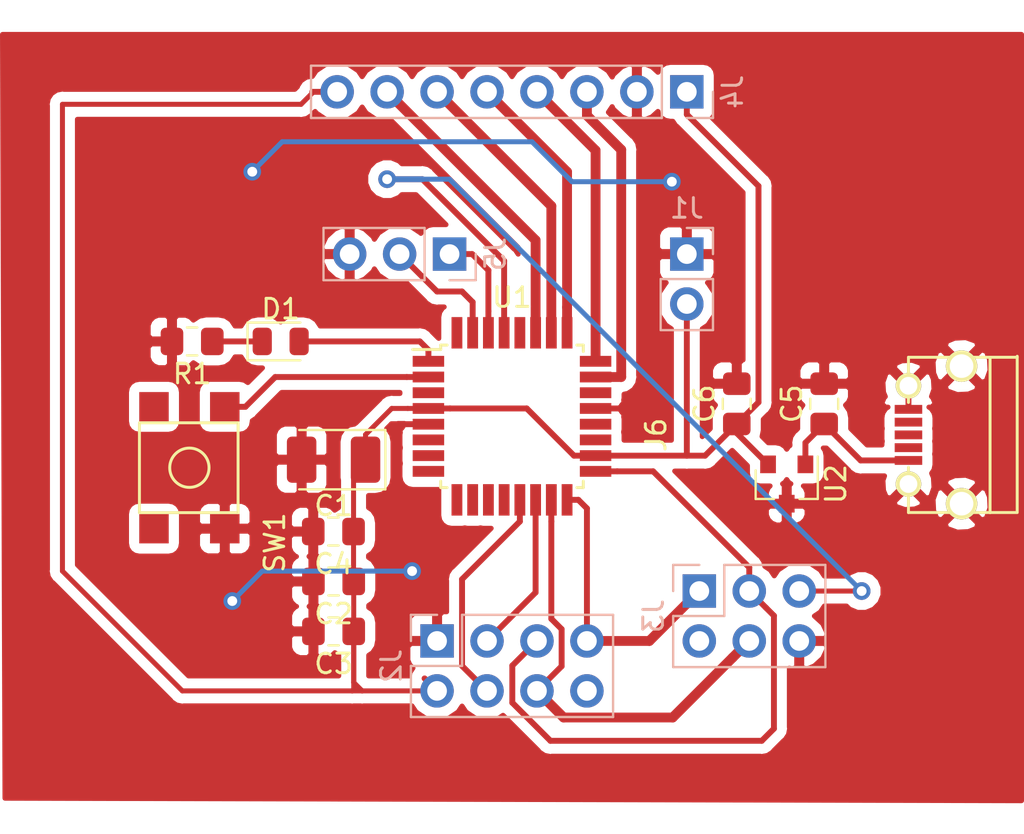
<source format=kicad_pcb>
(kicad_pcb (version 20171130) (host pcbnew "(5.0.1)-rc2")

  (general
    (thickness 1.6)
    (drawings 0)
    (tracks 129)
    (zones 0)
    (modules 17)
    (nets 38)
  )

  (page A4)
  (layers
    (0 F.Cu signal)
    (31 B.Cu signal)
    (32 B.Adhes user)
    (33 F.Adhes user)
    (34 B.Paste user)
    (35 F.Paste user)
    (36 B.SilkS user)
    (37 F.SilkS user)
    (38 B.Mask user)
    (39 F.Mask user)
    (40 Dwgs.User user)
    (41 Cmts.User user)
    (42 Eco1.User user)
    (43 Eco2.User user)
    (44 Edge.Cuts user)
    (45 Margin user)
    (46 B.CrtYd user)
    (47 F.CrtYd user)
    (48 B.Fab user)
    (49 F.Fab user)
  )

  (setup
    (last_trace_width 0.254)
    (user_trace_width 0.254)
    (user_trace_width 0.3)
    (user_trace_width 0.5)
    (user_trace_width 1.2)
    (trace_clearance 0.254)
    (zone_clearance 0.508)
    (zone_45_only yes)
    (trace_min 0.254)
    (segment_width 0.2)
    (edge_width 0.15)
    (via_size 0.9)
    (via_drill 0.5)
    (via_min_size 0.9)
    (via_min_drill 0.5)
    (uvia_size 0.3)
    (uvia_drill 0.1)
    (uvias_allowed no)
    (uvia_min_size 0.2)
    (uvia_min_drill 0.1)
    (pcb_text_width 0.3)
    (pcb_text_size 1.5 1.5)
    (mod_edge_width 0.15)
    (mod_text_size 1 1)
    (mod_text_width 0.15)
    (pad_size 1.524 1.524)
    (pad_drill 0.762)
    (pad_to_mask_clearance 0.051)
    (solder_mask_min_width 0.25)
    (aux_axis_origin 0 0)
    (visible_elements 7FFFFFFF)
    (pcbplotparams
      (layerselection 0x01000_ffffffff)
      (usegerberextensions false)
      (usegerberattributes false)
      (usegerberadvancedattributes false)
      (creategerberjobfile false)
      (excludeedgelayer true)
      (linewidth 0.100000)
      (plotframeref false)
      (viasonmask false)
      (mode 1)
      (useauxorigin false)
      (hpglpennumber 1)
      (hpglpenspeed 20)
      (hpglpendiameter 15.000000)
      (psnegative false)
      (psa4output false)
      (plotreference true)
      (plotvalue true)
      (plotinvisibletext false)
      (padsonsilk false)
      (subtractmaskfromsilk false)
      (outputformat 1)
      (mirror false)
      (drillshape 0)
      (scaleselection 1)
      (outputdirectory ""))
  )

  (net 0 "")
  (net 1 +3V3)
  (net 2 GND)
  (net 3 "Net-(C5-Pad1)")
  (net 4 "Net-(D1-Pad1)")
  (net 5 /LED)
  (net 6 /CE)
  (net 7 /CSN)
  (net 8 /SCK)
  (net 9 /MOSI)
  (net 10 /MISO)
  (net 11 /IRQ)
  (net 12 /VCC_R)
  (net 13 /~RESET)
  (net 14 /LCD_CS)
  (net 15 /LCD_RST)
  (net 16 /LCD_A0)
  (net 17 /LCD_MOSI)
  (net 18 /LCD_SCK)
  (net 19 /RX)
  (net 20 /TX)
  (net 21 "Net-(J6-Pad2)")
  (net 22 "Net-(J6-Pad3)")
  (net 23 "Net-(J6-Pad4)")
  (net 24 /BUTTON1)
  (net 25 "Net-(U1-Pad3)")
  (net 26 "Net-(U1-Pad6)")
  (net 27 "Net-(U1-Pad7)")
  (net 28 "Net-(U1-Pad8)")
  (net 29 "Net-(U1-Pad9)")
  (net 30 "Net-(U1-Pad10)")
  (net 31 "Net-(U1-Pad11)")
  (net 32 "Net-(U1-Pad12)")
  (net 33 "Net-(U1-Pad19)")
  (net 34 "Net-(U1-Pad20)")
  (net 35 "Net-(U1-Pad22)")
  (net 36 "Net-(U1-Pad28)")
  (net 37 "Net-(U1-Pad32)")

  (net_class Default "To jest domyślna klasa połączeń."
    (clearance 0.254)
    (trace_width 0.254)
    (via_dia 0.9)
    (via_drill 0.5)
    (uvia_dia 0.3)
    (uvia_drill 0.1)
    (diff_pair_gap 0.254)
    (diff_pair_width 0.254)
    (add_net +3V3)
    (add_net /BUTTON1)
    (add_net /CE)
    (add_net /CSN)
    (add_net /IRQ)
    (add_net /LCD_A0)
    (add_net /LCD_CS)
    (add_net /LCD_MOSI)
    (add_net /LCD_RST)
    (add_net /LCD_SCK)
    (add_net /LED)
    (add_net /MISO)
    (add_net /MOSI)
    (add_net /RX)
    (add_net /SCK)
    (add_net /TX)
    (add_net /VCC_R)
    (add_net /~RESET)
    (add_net GND)
    (add_net "Net-(C5-Pad1)")
    (add_net "Net-(D1-Pad1)")
    (add_net "Net-(J6-Pad2)")
    (add_net "Net-(J6-Pad3)")
    (add_net "Net-(J6-Pad4)")
    (add_net "Net-(U1-Pad10)")
    (add_net "Net-(U1-Pad11)")
    (add_net "Net-(U1-Pad12)")
    (add_net "Net-(U1-Pad19)")
    (add_net "Net-(U1-Pad20)")
    (add_net "Net-(U1-Pad22)")
    (add_net "Net-(U1-Pad28)")
    (add_net "Net-(U1-Pad3)")
    (add_net "Net-(U1-Pad32)")
    (add_net "Net-(U1-Pad6)")
    (add_net "Net-(U1-Pad7)")
    (add_net "Net-(U1-Pad8)")
    (add_net "Net-(U1-Pad9)")
  )

  (module Package_QFP:TQFP-32_7x7mm_P0.8mm (layer F.Cu) (tedit 5A02F146) (tstamp 5C46E331)
    (at 147.32 59.69)
    (descr "32-Lead Plastic Thin Quad Flatpack (PT) - 7x7x1.0 mm Body, 2.00 mm [TQFP] (see Microchip Packaging Specification 00000049BS.pdf)")
    (tags "QFP 0.8")
    (path /5BF410A4)
    (attr smd)
    (fp_text reference U1 (at 0 -6.05) (layer F.SilkS)
      (effects (font (size 1 1) (thickness 0.15)))
    )
    (fp_text value ATmega328PB-AU (at 0 6.05) (layer F.Fab)
      (effects (font (size 1 1) (thickness 0.15)))
    )
    (fp_text user %R (at 0 0) (layer F.Fab)
      (effects (font (size 1 1) (thickness 0.15)))
    )
    (fp_line (start -2.5 -3.5) (end 3.5 -3.5) (layer F.Fab) (width 0.15))
    (fp_line (start 3.5 -3.5) (end 3.5 3.5) (layer F.Fab) (width 0.15))
    (fp_line (start 3.5 3.5) (end -3.5 3.5) (layer F.Fab) (width 0.15))
    (fp_line (start -3.5 3.5) (end -3.5 -2.5) (layer F.Fab) (width 0.15))
    (fp_line (start -3.5 -2.5) (end -2.5 -3.5) (layer F.Fab) (width 0.15))
    (fp_line (start -5.3 -5.3) (end -5.3 5.3) (layer F.CrtYd) (width 0.05))
    (fp_line (start 5.3 -5.3) (end 5.3 5.3) (layer F.CrtYd) (width 0.05))
    (fp_line (start -5.3 -5.3) (end 5.3 -5.3) (layer F.CrtYd) (width 0.05))
    (fp_line (start -5.3 5.3) (end 5.3 5.3) (layer F.CrtYd) (width 0.05))
    (fp_line (start -3.625 -3.625) (end -3.625 -3.4) (layer F.SilkS) (width 0.15))
    (fp_line (start 3.625 -3.625) (end 3.625 -3.3) (layer F.SilkS) (width 0.15))
    (fp_line (start 3.625 3.625) (end 3.625 3.3) (layer F.SilkS) (width 0.15))
    (fp_line (start -3.625 3.625) (end -3.625 3.3) (layer F.SilkS) (width 0.15))
    (fp_line (start -3.625 -3.625) (end -3.3 -3.625) (layer F.SilkS) (width 0.15))
    (fp_line (start -3.625 3.625) (end -3.3 3.625) (layer F.SilkS) (width 0.15))
    (fp_line (start 3.625 3.625) (end 3.3 3.625) (layer F.SilkS) (width 0.15))
    (fp_line (start 3.625 -3.625) (end 3.3 -3.625) (layer F.SilkS) (width 0.15))
    (fp_line (start -3.625 -3.4) (end -5.05 -3.4) (layer F.SilkS) (width 0.15))
    (pad 1 smd rect (at -4.25 -2.8) (size 1.6 0.55) (layers F.Cu F.Paste F.Mask)
      (net 5 /LED))
    (pad 2 smd rect (at -4.25 -2) (size 1.6 0.55) (layers F.Cu F.Paste F.Mask)
      (net 24 /BUTTON1))
    (pad 3 smd rect (at -4.25 -1.2) (size 1.6 0.55) (layers F.Cu F.Paste F.Mask)
      (net 25 "Net-(U1-Pad3)"))
    (pad 4 smd rect (at -4.25 -0.4) (size 1.6 0.55) (layers F.Cu F.Paste F.Mask)
      (net 1 +3V3))
    (pad 5 smd rect (at -4.25 0.4) (size 1.6 0.55) (layers F.Cu F.Paste F.Mask)
      (net 2 GND))
    (pad 6 smd rect (at -4.25 1.2) (size 1.6 0.55) (layers F.Cu F.Paste F.Mask)
      (net 26 "Net-(U1-Pad6)"))
    (pad 7 smd rect (at -4.25 2) (size 1.6 0.55) (layers F.Cu F.Paste F.Mask)
      (net 27 "Net-(U1-Pad7)"))
    (pad 8 smd rect (at -4.25 2.8) (size 1.6 0.55) (layers F.Cu F.Paste F.Mask)
      (net 28 "Net-(U1-Pad8)"))
    (pad 9 smd rect (at -2.8 4.25 90) (size 1.6 0.55) (layers F.Cu F.Paste F.Mask)
      (net 29 "Net-(U1-Pad9)"))
    (pad 10 smd rect (at -2 4.25 90) (size 1.6 0.55) (layers F.Cu F.Paste F.Mask)
      (net 30 "Net-(U1-Pad10)"))
    (pad 11 smd rect (at -1.2 4.25 90) (size 1.6 0.55) (layers F.Cu F.Paste F.Mask)
      (net 31 "Net-(U1-Pad11)"))
    (pad 12 smd rect (at -0.4 4.25 90) (size 1.6 0.55) (layers F.Cu F.Paste F.Mask)
      (net 32 "Net-(U1-Pad12)"))
    (pad 13 smd rect (at 0.4 4.25 90) (size 1.6 0.55) (layers F.Cu F.Paste F.Mask)
      (net 7 /CSN))
    (pad 14 smd rect (at 1.2 4.25 90) (size 1.6 0.55) (layers F.Cu F.Paste F.Mask)
      (net 6 /CE))
    (pad 15 smd rect (at 2 4.25 90) (size 1.6 0.55) (layers F.Cu F.Paste F.Mask)
      (net 9 /MOSI))
    (pad 16 smd rect (at 2.8 4.25 90) (size 1.6 0.55) (layers F.Cu F.Paste F.Mask)
      (net 10 /MISO))
    (pad 17 smd rect (at 4.25 2.8) (size 1.6 0.55) (layers F.Cu F.Paste F.Mask)
      (net 8 /SCK))
    (pad 18 smd rect (at 4.25 2) (size 1.6 0.55) (layers F.Cu F.Paste F.Mask)
      (net 1 +3V3))
    (pad 19 smd rect (at 4.25 1.2) (size 1.6 0.55) (layers F.Cu F.Paste F.Mask)
      (net 33 "Net-(U1-Pad19)"))
    (pad 20 smd rect (at 4.25 0.4) (size 1.6 0.55) (layers F.Cu F.Paste F.Mask)
      (net 34 "Net-(U1-Pad20)"))
    (pad 21 smd rect (at 4.25 -0.4) (size 1.6 0.55) (layers F.Cu F.Paste F.Mask)
      (net 2 GND))
    (pad 22 smd rect (at 4.25 -1.2) (size 1.6 0.55) (layers F.Cu F.Paste F.Mask)
      (net 35 "Net-(U1-Pad22)"))
    (pad 23 smd rect (at 4.25 -2) (size 1.6 0.55) (layers F.Cu F.Paste F.Mask)
      (net 14 /LCD_CS))
    (pad 24 smd rect (at 4.25 -2.8) (size 1.6 0.55) (layers F.Cu F.Paste F.Mask)
      (net 15 /LCD_RST))
    (pad 25 smd rect (at 2.8 -4.25 90) (size 1.6 0.55) (layers F.Cu F.Paste F.Mask)
      (net 16 /LCD_A0))
    (pad 26 smd rect (at 2 -4.25 90) (size 1.6 0.55) (layers F.Cu F.Paste F.Mask)
      (net 17 /LCD_MOSI))
    (pad 27 smd rect (at 1.2 -4.25 90) (size 1.6 0.55) (layers F.Cu F.Paste F.Mask)
      (net 18 /LCD_SCK))
    (pad 28 smd rect (at 0.4 -4.25 90) (size 1.6 0.55) (layers F.Cu F.Paste F.Mask)
      (net 36 "Net-(U1-Pad28)"))
    (pad 29 smd rect (at -0.4 -4.25 90) (size 1.6 0.55) (layers F.Cu F.Paste F.Mask)
      (net 13 /~RESET))
    (pad 30 smd rect (at -1.2 -4.25 90) (size 1.6 0.55) (layers F.Cu F.Paste F.Mask)
      (net 19 /RX))
    (pad 31 smd rect (at -2 -4.25 90) (size 1.6 0.55) (layers F.Cu F.Paste F.Mask)
      (net 20 /TX))
    (pad 32 smd rect (at -2.8 -4.25 90) (size 1.6 0.55) (layers F.Cu F.Paste F.Mask)
      (net 37 "Net-(U1-Pad32)"))
    (model ${KISYS3DMOD}/Package_QFP.3dshapes/TQFP-32_7x7mm_P0.8mm.wrl
      (at (xyz 0 0 0))
      (scale (xyz 1 1 1))
      (rotate (xyz 0 0 0))
    )
  )

  (module Capacitor_Tantalum_SMD:CP_EIA-3528-21_Kemet-B_Pad1.50x2.35mm_HandSolder (layer F.Cu) (tedit 5B342532) (tstamp 5C46E1DC)
    (at 138.247402 61.895281 180)
    (descr "Tantalum Capacitor SMD Kemet-B (3528-21 Metric), IPC_7351 nominal, (Body size from: http://www.kemet.com/Lists/ProductCatalog/Attachments/253/KEM_TC101_STD.pdf), generated with kicad-footprint-generator")
    (tags "capacitor tantalum")
    (path /5BE30EED)
    (attr smd)
    (fp_text reference C1 (at 0 -2.35 180) (layer F.SilkS)
      (effects (font (size 1 1) (thickness 0.15)))
    )
    (fp_text value 100u (at 0 2.35 180) (layer F.Fab)
      (effects (font (size 1 1) (thickness 0.15)))
    )
    (fp_line (start 1.75 -1.4) (end -1.05 -1.4) (layer F.Fab) (width 0.1))
    (fp_line (start -1.05 -1.4) (end -1.75 -0.7) (layer F.Fab) (width 0.1))
    (fp_line (start -1.75 -0.7) (end -1.75 1.4) (layer F.Fab) (width 0.1))
    (fp_line (start -1.75 1.4) (end 1.75 1.4) (layer F.Fab) (width 0.1))
    (fp_line (start 1.75 1.4) (end 1.75 -1.4) (layer F.Fab) (width 0.1))
    (fp_line (start 1.75 -1.51) (end -2.635 -1.51) (layer F.SilkS) (width 0.12))
    (fp_line (start -2.635 -1.51) (end -2.635 1.51) (layer F.SilkS) (width 0.12))
    (fp_line (start -2.635 1.51) (end 1.75 1.51) (layer F.SilkS) (width 0.12))
    (fp_line (start -2.62 1.65) (end -2.62 -1.65) (layer F.CrtYd) (width 0.05))
    (fp_line (start -2.62 -1.65) (end 2.62 -1.65) (layer F.CrtYd) (width 0.05))
    (fp_line (start 2.62 -1.65) (end 2.62 1.65) (layer F.CrtYd) (width 0.05))
    (fp_line (start 2.62 1.65) (end -2.62 1.65) (layer F.CrtYd) (width 0.05))
    (fp_text user %R (at 0 0 180) (layer F.Fab)
      (effects (font (size 0.88 0.88) (thickness 0.13)))
    )
    (pad 1 smd roundrect (at -1.625 0 180) (size 1.5 2.35) (layers F.Cu F.Paste F.Mask) (roundrect_rratio 0.166667)
      (net 1 +3V3))
    (pad 2 smd roundrect (at 1.625 0 180) (size 1.5 2.35) (layers F.Cu F.Paste F.Mask) (roundrect_rratio 0.166667)
      (net 2 GND))
    (model ${KISYS3DMOD}/Capacitor_Tantalum_SMD.3dshapes/CP_EIA-3528-21_Kemet-B.wrl
      (at (xyz 0 0 0))
      (scale (xyz 1 1 1))
      (rotate (xyz 0 0 0))
    )
  )

  (module Capacitor_SMD:C_0805_2012Metric_Pad1.15x1.40mm_HandSolder (layer F.Cu) (tedit 5B36C52B) (tstamp 5C46E1ED)
    (at 138.247402 68.092281 180)
    (descr "Capacitor SMD 0805 (2012 Metric), square (rectangular) end terminal, IPC_7351 nominal with elongated pad for handsoldering. (Body size source: https://docs.google.com/spreadsheets/d/1BsfQQcO9C6DZCsRaXUlFlo91Tg2WpOkGARC1WS5S8t0/edit?usp=sharing), generated with kicad-footprint-generator")
    (tags "capacitor handsolder")
    (path /5BD8A982)
    (attr smd)
    (fp_text reference C2 (at 0 -1.65 180) (layer F.SilkS)
      (effects (font (size 1 1) (thickness 0.15)))
    )
    (fp_text value 100n (at 0 1.65 180) (layer F.Fab)
      (effects (font (size 1 1) (thickness 0.15)))
    )
    (fp_line (start -1 0.6) (end -1 -0.6) (layer F.Fab) (width 0.1))
    (fp_line (start -1 -0.6) (end 1 -0.6) (layer F.Fab) (width 0.1))
    (fp_line (start 1 -0.6) (end 1 0.6) (layer F.Fab) (width 0.1))
    (fp_line (start 1 0.6) (end -1 0.6) (layer F.Fab) (width 0.1))
    (fp_line (start -0.261252 -0.71) (end 0.261252 -0.71) (layer F.SilkS) (width 0.12))
    (fp_line (start -0.261252 0.71) (end 0.261252 0.71) (layer F.SilkS) (width 0.12))
    (fp_line (start -1.85 0.95) (end -1.85 -0.95) (layer F.CrtYd) (width 0.05))
    (fp_line (start -1.85 -0.95) (end 1.85 -0.95) (layer F.CrtYd) (width 0.05))
    (fp_line (start 1.85 -0.95) (end 1.85 0.95) (layer F.CrtYd) (width 0.05))
    (fp_line (start 1.85 0.95) (end -1.85 0.95) (layer F.CrtYd) (width 0.05))
    (fp_text user %R (at 0 0 180) (layer F.Fab)
      (effects (font (size 0.5 0.5) (thickness 0.08)))
    )
    (pad 1 smd roundrect (at -1.025 0 180) (size 1.15 1.4) (layers F.Cu F.Paste F.Mask) (roundrect_rratio 0.217391)
      (net 1 +3V3))
    (pad 2 smd roundrect (at 1.025 0 180) (size 1.15 1.4) (layers F.Cu F.Paste F.Mask) (roundrect_rratio 0.217391)
      (net 2 GND))
    (model ${KISYS3DMOD}/Capacitor_SMD.3dshapes/C_0805_2012Metric.wrl
      (at (xyz 0 0 0))
      (scale (xyz 1 1 1))
      (rotate (xyz 0 0 0))
    )
  )

  (module Capacitor_SMD:C_0805_2012Metric_Pad1.15x1.40mm_HandSolder (layer F.Cu) (tedit 5B36C52B) (tstamp 5C46E1FE)
    (at 138.247402 70.632281 180)
    (descr "Capacitor SMD 0805 (2012 Metric), square (rectangular) end terminal, IPC_7351 nominal with elongated pad for handsoldering. (Body size source: https://docs.google.com/spreadsheets/d/1BsfQQcO9C6DZCsRaXUlFlo91Tg2WpOkGARC1WS5S8t0/edit?usp=sharing), generated with kicad-footprint-generator")
    (tags "capacitor handsolder")
    (path /5BD8B063)
    (attr smd)
    (fp_text reference C3 (at 0 -1.65 180) (layer F.SilkS)
      (effects (font (size 1 1) (thickness 0.15)))
    )
    (fp_text value 100n (at 0.185001 2.094999 180) (layer F.Fab)
      (effects (font (size 1 1) (thickness 0.15)))
    )
    (fp_text user %R (at 0 0 270) (layer F.Fab)
      (effects (font (size 0.5 0.5) (thickness 0.08)))
    )
    (fp_line (start 1.85 0.95) (end -1.85 0.95) (layer F.CrtYd) (width 0.05))
    (fp_line (start 1.85 -0.95) (end 1.85 0.95) (layer F.CrtYd) (width 0.05))
    (fp_line (start -1.85 -0.95) (end 1.85 -0.95) (layer F.CrtYd) (width 0.05))
    (fp_line (start -1.85 0.95) (end -1.85 -0.95) (layer F.CrtYd) (width 0.05))
    (fp_line (start -0.261252 0.71) (end 0.261252 0.71) (layer F.SilkS) (width 0.12))
    (fp_line (start -0.261252 -0.71) (end 0.261252 -0.71) (layer F.SilkS) (width 0.12))
    (fp_line (start 1 0.6) (end -1 0.6) (layer F.Fab) (width 0.1))
    (fp_line (start 1 -0.6) (end 1 0.6) (layer F.Fab) (width 0.1))
    (fp_line (start -1 -0.6) (end 1 -0.6) (layer F.Fab) (width 0.1))
    (fp_line (start -1 0.6) (end -1 -0.6) (layer F.Fab) (width 0.1))
    (pad 2 smd roundrect (at 1.025 0 180) (size 1.15 1.4) (layers F.Cu F.Paste F.Mask) (roundrect_rratio 0.217391)
      (net 2 GND))
    (pad 1 smd roundrect (at -1.025 0 180) (size 1.15 1.4) (layers F.Cu F.Paste F.Mask) (roundrect_rratio 0.217391)
      (net 1 +3V3))
    (model ${KISYS3DMOD}/Capacitor_SMD.3dshapes/C_0805_2012Metric.wrl
      (at (xyz 0 0 0))
      (scale (xyz 1 1 1))
      (rotate (xyz 0 0 0))
    )
  )

  (module Capacitor_SMD:C_0805_2012Metric_Pad1.15x1.40mm_HandSolder (layer F.Cu) (tedit 5B36C52B) (tstamp 5C46E20F)
    (at 138.238402 65.552281 180)
    (descr "Capacitor SMD 0805 (2012 Metric), square (rectangular) end terminal, IPC_7351 nominal with elongated pad for handsoldering. (Body size source: https://docs.google.com/spreadsheets/d/1BsfQQcO9C6DZCsRaXUlFlo91Tg2WpOkGARC1WS5S8t0/edit?usp=sharing), generated with kicad-footprint-generator")
    (tags "capacitor handsolder")
    (path /5BD827D6)
    (attr smd)
    (fp_text reference C4 (at 0 -1.65 180) (layer F.SilkS)
      (effects (font (size 1 1) (thickness 0.15)))
    )
    (fp_text value 100n (at 0 1.65 180) (layer F.Fab)
      (effects (font (size 1 1) (thickness 0.15)))
    )
    (fp_line (start -1 0.6) (end -1 -0.6) (layer F.Fab) (width 0.1))
    (fp_line (start -1 -0.6) (end 1 -0.6) (layer F.Fab) (width 0.1))
    (fp_line (start 1 -0.6) (end 1 0.6) (layer F.Fab) (width 0.1))
    (fp_line (start 1 0.6) (end -1 0.6) (layer F.Fab) (width 0.1))
    (fp_line (start -0.261252 -0.71) (end 0.261252 -0.71) (layer F.SilkS) (width 0.12))
    (fp_line (start -0.261252 0.71) (end 0.261252 0.71) (layer F.SilkS) (width 0.12))
    (fp_line (start -1.85 0.95) (end -1.85 -0.95) (layer F.CrtYd) (width 0.05))
    (fp_line (start -1.85 -0.95) (end 1.85 -0.95) (layer F.CrtYd) (width 0.05))
    (fp_line (start 1.85 -0.95) (end 1.85 0.95) (layer F.CrtYd) (width 0.05))
    (fp_line (start 1.85 0.95) (end -1.85 0.95) (layer F.CrtYd) (width 0.05))
    (fp_text user %R (at 0 0 180) (layer F.Fab)
      (effects (font (size 0.5 0.5) (thickness 0.08)))
    )
    (pad 1 smd roundrect (at -1.025 0 180) (size 1.15 1.4) (layers F.Cu F.Paste F.Mask) (roundrect_rratio 0.217391)
      (net 1 +3V3))
    (pad 2 smd roundrect (at 1.025 0 180) (size 1.15 1.4) (layers F.Cu F.Paste F.Mask) (roundrect_rratio 0.217391)
      (net 2 GND))
    (model ${KISYS3DMOD}/Capacitor_SMD.3dshapes/C_0805_2012Metric.wrl
      (at (xyz 0 0 0))
      (scale (xyz 1 1 1))
      (rotate (xyz 0 0 0))
    )
  )

  (module Capacitor_SMD:C_0805_2012Metric_Pad1.15x1.40mm_HandSolder (layer F.Cu) (tedit 5B36C52B) (tstamp 5C46E220)
    (at 163.195 59.055 90)
    (descr "Capacitor SMD 0805 (2012 Metric), square (rectangular) end terminal, IPC_7351 nominal with elongated pad for handsoldering. (Body size source: https://docs.google.com/spreadsheets/d/1BsfQQcO9C6DZCsRaXUlFlo91Tg2WpOkGARC1WS5S8t0/edit?usp=sharing), generated with kicad-footprint-generator")
    (tags "capacitor handsolder")
    (path /5BF5C54A)
    (attr smd)
    (fp_text reference C5 (at 0 -1.65 90) (layer F.SilkS)
      (effects (font (size 1 1) (thickness 0.15)))
    )
    (fp_text value 1u (at 0 1.65 90) (layer F.Fab)
      (effects (font (size 1 1) (thickness 0.15)))
    )
    (fp_text user %R (at 0 0 90) (layer F.Fab)
      (effects (font (size 0.5 0.5) (thickness 0.08)))
    )
    (fp_line (start 1.85 0.95) (end -1.85 0.95) (layer F.CrtYd) (width 0.05))
    (fp_line (start 1.85 -0.95) (end 1.85 0.95) (layer F.CrtYd) (width 0.05))
    (fp_line (start -1.85 -0.95) (end 1.85 -0.95) (layer F.CrtYd) (width 0.05))
    (fp_line (start -1.85 0.95) (end -1.85 -0.95) (layer F.CrtYd) (width 0.05))
    (fp_line (start -0.261252 0.71) (end 0.261252 0.71) (layer F.SilkS) (width 0.12))
    (fp_line (start -0.261252 -0.71) (end 0.261252 -0.71) (layer F.SilkS) (width 0.12))
    (fp_line (start 1 0.6) (end -1 0.6) (layer F.Fab) (width 0.1))
    (fp_line (start 1 -0.6) (end 1 0.6) (layer F.Fab) (width 0.1))
    (fp_line (start -1 -0.6) (end 1 -0.6) (layer F.Fab) (width 0.1))
    (fp_line (start -1 0.6) (end -1 -0.6) (layer F.Fab) (width 0.1))
    (pad 2 smd roundrect (at 1.025 0 90) (size 1.15 1.4) (layers F.Cu F.Paste F.Mask) (roundrect_rratio 0.217391)
      (net 2 GND))
    (pad 1 smd roundrect (at -1.025 0 90) (size 1.15 1.4) (layers F.Cu F.Paste F.Mask) (roundrect_rratio 0.217391)
      (net 3 "Net-(C5-Pad1)"))
    (model ${KISYS3DMOD}/Capacitor_SMD.3dshapes/C_0805_2012Metric.wrl
      (at (xyz 0 0 0))
      (scale (xyz 1 1 1))
      (rotate (xyz 0 0 0))
    )
  )

  (module Capacitor_SMD:C_0805_2012Metric_Pad1.15x1.40mm_HandSolder (layer F.Cu) (tedit 5B36C52B) (tstamp 5C46E231)
    (at 158.75 59.055 90)
    (descr "Capacitor SMD 0805 (2012 Metric), square (rectangular) end terminal, IPC_7351 nominal with elongated pad for handsoldering. (Body size source: https://docs.google.com/spreadsheets/d/1BsfQQcO9C6DZCsRaXUlFlo91Tg2WpOkGARC1WS5S8t0/edit?usp=sharing), generated with kicad-footprint-generator")
    (tags "capacitor handsolder")
    (path /5BF5C5AD)
    (attr smd)
    (fp_text reference C6 (at 0 -1.65 90) (layer F.SilkS)
      (effects (font (size 1 1) (thickness 0.15)))
    )
    (fp_text value 1u (at 0 1.65 90) (layer F.Fab)
      (effects (font (size 1 1) (thickness 0.15)))
    )
    (fp_line (start -1 0.6) (end -1 -0.6) (layer F.Fab) (width 0.1))
    (fp_line (start -1 -0.6) (end 1 -0.6) (layer F.Fab) (width 0.1))
    (fp_line (start 1 -0.6) (end 1 0.6) (layer F.Fab) (width 0.1))
    (fp_line (start 1 0.6) (end -1 0.6) (layer F.Fab) (width 0.1))
    (fp_line (start -0.261252 -0.71) (end 0.261252 -0.71) (layer F.SilkS) (width 0.12))
    (fp_line (start -0.261252 0.71) (end 0.261252 0.71) (layer F.SilkS) (width 0.12))
    (fp_line (start -1.85 0.95) (end -1.85 -0.95) (layer F.CrtYd) (width 0.05))
    (fp_line (start -1.85 -0.95) (end 1.85 -0.95) (layer F.CrtYd) (width 0.05))
    (fp_line (start 1.85 -0.95) (end 1.85 0.95) (layer F.CrtYd) (width 0.05))
    (fp_line (start 1.85 0.95) (end -1.85 0.95) (layer F.CrtYd) (width 0.05))
    (fp_text user %R (at 0 0 90) (layer F.Fab)
      (effects (font (size 0.5 0.5) (thickness 0.08)))
    )
    (pad 1 smd roundrect (at -1.025 0 90) (size 1.15 1.4) (layers F.Cu F.Paste F.Mask) (roundrect_rratio 0.217391)
      (net 1 +3V3))
    (pad 2 smd roundrect (at 1.025 0 90) (size 1.15 1.4) (layers F.Cu F.Paste F.Mask) (roundrect_rratio 0.217391)
      (net 2 GND))
    (model ${KISYS3DMOD}/Capacitor_SMD.3dshapes/C_0805_2012Metric.wrl
      (at (xyz 0 0 0))
      (scale (xyz 1 1 1))
      (rotate (xyz 0 0 0))
    )
  )

  (module LED_SMD:LED_0805_2012Metric (layer F.Cu) (tedit 5B36C52C) (tstamp 5C46E244)
    (at 135.5575 55.88)
    (descr "LED SMD 0805 (2012 Metric), square (rectangular) end terminal, IPC_7351 nominal, (Body size source: https://docs.google.com/spreadsheets/d/1BsfQQcO9C6DZCsRaXUlFlo91Tg2WpOkGARC1WS5S8t0/edit?usp=sharing), generated with kicad-footprint-generator")
    (tags diode)
    (path /5C47E13B)
    (attr smd)
    (fp_text reference D1 (at 0 -1.65) (layer F.SilkS)
      (effects (font (size 1 1) (thickness 0.15)))
    )
    (fp_text value LED_Small (at 0 1.65) (layer F.Fab)
      (effects (font (size 1 1) (thickness 0.15)))
    )
    (fp_line (start 1 -0.6) (end -0.7 -0.6) (layer F.Fab) (width 0.1))
    (fp_line (start -0.7 -0.6) (end -1 -0.3) (layer F.Fab) (width 0.1))
    (fp_line (start -1 -0.3) (end -1 0.6) (layer F.Fab) (width 0.1))
    (fp_line (start -1 0.6) (end 1 0.6) (layer F.Fab) (width 0.1))
    (fp_line (start 1 0.6) (end 1 -0.6) (layer F.Fab) (width 0.1))
    (fp_line (start 1 -0.96) (end -1.685 -0.96) (layer F.SilkS) (width 0.12))
    (fp_line (start -1.685 -0.96) (end -1.685 0.96) (layer F.SilkS) (width 0.12))
    (fp_line (start -1.685 0.96) (end 1 0.96) (layer F.SilkS) (width 0.12))
    (fp_line (start -1.68 0.95) (end -1.68 -0.95) (layer F.CrtYd) (width 0.05))
    (fp_line (start -1.68 -0.95) (end 1.68 -0.95) (layer F.CrtYd) (width 0.05))
    (fp_line (start 1.68 -0.95) (end 1.68 0.95) (layer F.CrtYd) (width 0.05))
    (fp_line (start 1.68 0.95) (end -1.68 0.95) (layer F.CrtYd) (width 0.05))
    (fp_text user %R (at 0 0) (layer F.Fab)
      (effects (font (size 0.5 0.5) (thickness 0.08)))
    )
    (pad 1 smd roundrect (at -0.9375 0) (size 0.975 1.4) (layers F.Cu F.Paste F.Mask) (roundrect_rratio 0.25)
      (net 4 "Net-(D1-Pad1)"))
    (pad 2 smd roundrect (at 0.9375 0) (size 0.975 1.4) (layers F.Cu F.Paste F.Mask) (roundrect_rratio 0.25)
      (net 5 /LED))
    (model ${KISYS3DMOD}/LED_SMD.3dshapes/LED_0805_2012Metric.wrl
      (at (xyz 0 0 0))
      (scale (xyz 1 1 1))
      (rotate (xyz 0 0 0))
    )
  )

  (module Connector_PinHeader_2.54mm:PinHeader_1x02_P2.54mm_Vertical (layer B.Cu) (tedit 59FED5CC) (tstamp 5C46E25A)
    (at 156.21 51.435 180)
    (descr "Through hole straight pin header, 1x02, 2.54mm pitch, single row")
    (tags "Through hole pin header THT 1x02 2.54mm single row")
    (path /5BD82679)
    (fp_text reference J1 (at 0 2.33 180) (layer B.SilkS)
      (effects (font (size 1 1) (thickness 0.15)) (justify mirror))
    )
    (fp_text value Conn_01x02 (at 0 -4.87 180) (layer B.Fab)
      (effects (font (size 1 1) (thickness 0.15)) (justify mirror))
    )
    (fp_line (start -0.635 1.27) (end 1.27 1.27) (layer B.Fab) (width 0.1))
    (fp_line (start 1.27 1.27) (end 1.27 -3.81) (layer B.Fab) (width 0.1))
    (fp_line (start 1.27 -3.81) (end -1.27 -3.81) (layer B.Fab) (width 0.1))
    (fp_line (start -1.27 -3.81) (end -1.27 0.635) (layer B.Fab) (width 0.1))
    (fp_line (start -1.27 0.635) (end -0.635 1.27) (layer B.Fab) (width 0.1))
    (fp_line (start -1.33 -3.87) (end 1.33 -3.87) (layer B.SilkS) (width 0.12))
    (fp_line (start -1.33 -1.27) (end -1.33 -3.87) (layer B.SilkS) (width 0.12))
    (fp_line (start 1.33 -1.27) (end 1.33 -3.87) (layer B.SilkS) (width 0.12))
    (fp_line (start -1.33 -1.27) (end 1.33 -1.27) (layer B.SilkS) (width 0.12))
    (fp_line (start -1.33 0) (end -1.33 1.33) (layer B.SilkS) (width 0.12))
    (fp_line (start -1.33 1.33) (end 0 1.33) (layer B.SilkS) (width 0.12))
    (fp_line (start -1.8 1.8) (end -1.8 -4.35) (layer B.CrtYd) (width 0.05))
    (fp_line (start -1.8 -4.35) (end 1.8 -4.35) (layer B.CrtYd) (width 0.05))
    (fp_line (start 1.8 -4.35) (end 1.8 1.8) (layer B.CrtYd) (width 0.05))
    (fp_line (start 1.8 1.8) (end -1.8 1.8) (layer B.CrtYd) (width 0.05))
    (fp_text user %R (at 0 -1.27 90) (layer B.Fab)
      (effects (font (size 1 1) (thickness 0.15)) (justify mirror))
    )
    (pad 1 thru_hole rect (at 0 0 180) (size 1.7 1.7) (drill 1) (layers *.Cu *.Mask)
      (net 2 GND))
    (pad 2 thru_hole oval (at 0 -2.54 180) (size 1.7 1.7) (drill 1) (layers *.Cu *.Mask)
      (net 1 +3V3))
    (model ${KISYS3DMOD}/Connector_PinHeader_2.54mm.3dshapes/PinHeader_1x02_P2.54mm_Vertical.wrl
      (at (xyz 0 0 0))
      (scale (xyz 1 1 1))
      (rotate (xyz 0 0 0))
    )
  )

  (module Connector_PinHeader_2.54mm:PinHeader_2x04_P2.54mm_Vertical (layer B.Cu) (tedit 59FED5CC) (tstamp 5C46E278)
    (at 143.51 71.12 270)
    (descr "Through hole straight pin header, 2x04, 2.54mm pitch, double rows")
    (tags "Through hole pin header THT 2x04 2.54mm double row")
    (path /5BD82D95)
    (fp_text reference J2 (at 1.27 2.33 270) (layer B.SilkS)
      (effects (font (size 1 1) (thickness 0.15)) (justify mirror))
    )
    (fp_text value Conn_02x04_Odd_Even (at 1.27 -9.95 270) (layer B.Fab)
      (effects (font (size 1 1) (thickness 0.15)) (justify mirror))
    )
    (fp_line (start 0 1.27) (end 3.81 1.27) (layer B.Fab) (width 0.1))
    (fp_line (start 3.81 1.27) (end 3.81 -8.89) (layer B.Fab) (width 0.1))
    (fp_line (start 3.81 -8.89) (end -1.27 -8.89) (layer B.Fab) (width 0.1))
    (fp_line (start -1.27 -8.89) (end -1.27 0) (layer B.Fab) (width 0.1))
    (fp_line (start -1.27 0) (end 0 1.27) (layer B.Fab) (width 0.1))
    (fp_line (start -1.33 -8.95) (end 3.87 -8.95) (layer B.SilkS) (width 0.12))
    (fp_line (start -1.33 -1.27) (end -1.33 -8.95) (layer B.SilkS) (width 0.12))
    (fp_line (start 3.87 1.33) (end 3.87 -8.95) (layer B.SilkS) (width 0.12))
    (fp_line (start -1.33 -1.27) (end 1.27 -1.27) (layer B.SilkS) (width 0.12))
    (fp_line (start 1.27 -1.27) (end 1.27 1.33) (layer B.SilkS) (width 0.12))
    (fp_line (start 1.27 1.33) (end 3.87 1.33) (layer B.SilkS) (width 0.12))
    (fp_line (start -1.33 0) (end -1.33 1.33) (layer B.SilkS) (width 0.12))
    (fp_line (start -1.33 1.33) (end 0 1.33) (layer B.SilkS) (width 0.12))
    (fp_line (start -1.8 1.8) (end -1.8 -9.4) (layer B.CrtYd) (width 0.05))
    (fp_line (start -1.8 -9.4) (end 4.35 -9.4) (layer B.CrtYd) (width 0.05))
    (fp_line (start 4.35 -9.4) (end 4.35 1.8) (layer B.CrtYd) (width 0.05))
    (fp_line (start 4.35 1.8) (end -1.8 1.8) (layer B.CrtYd) (width 0.05))
    (fp_text user %R (at 1.27 -3.81 180) (layer B.Fab)
      (effects (font (size 1 1) (thickness 0.15)) (justify mirror))
    )
    (pad 1 thru_hole rect (at 0 0 270) (size 1.7 1.7) (drill 1) (layers *.Cu *.Mask)
      (net 2 GND))
    (pad 2 thru_hole oval (at 2.54 0 270) (size 1.7 1.7) (drill 1) (layers *.Cu *.Mask)
      (net 1 +3V3))
    (pad 3 thru_hole oval (at 0 -2.54 270) (size 1.7 1.7) (drill 1) (layers *.Cu *.Mask)
      (net 6 /CE))
    (pad 4 thru_hole oval (at 2.54 -2.54 270) (size 1.7 1.7) (drill 1) (layers *.Cu *.Mask)
      (net 7 /CSN))
    (pad 5 thru_hole oval (at 0 -5.08 270) (size 1.7 1.7) (drill 1) (layers *.Cu *.Mask)
      (net 8 /SCK))
    (pad 6 thru_hole oval (at 2.54 -5.08 270) (size 1.7 1.7) (drill 1) (layers *.Cu *.Mask)
      (net 9 /MOSI))
    (pad 7 thru_hole oval (at 0 -7.62 270) (size 1.7 1.7) (drill 1) (layers *.Cu *.Mask)
      (net 10 /MISO))
    (pad 8 thru_hole oval (at 2.54 -7.62 270) (size 1.7 1.7) (drill 1) (layers *.Cu *.Mask)
      (net 11 /IRQ))
    (model ${KISYS3DMOD}/Connector_PinHeader_2.54mm.3dshapes/PinHeader_2x04_P2.54mm_Vertical.wrl
      (at (xyz 0 0 0))
      (scale (xyz 1 1 1))
      (rotate (xyz 0 0 0))
    )
  )

  (module Connector_PinHeader_2.54mm:PinHeader_2x03_P2.54mm_Vertical (layer B.Cu) (tedit 59FED5CC) (tstamp 5C46E294)
    (at 156.845 68.58 270)
    (descr "Through hole straight pin header, 2x03, 2.54mm pitch, double rows")
    (tags "Through hole pin header THT 2x03 2.54mm double row")
    (path /5BD855AF)
    (fp_text reference J3 (at 1.27 2.33 270) (layer B.SilkS)
      (effects (font (size 1 1) (thickness 0.15)) (justify mirror))
    )
    (fp_text value AVR-ISP-6 (at 1.27 -7.41 270) (layer B.Fab)
      (effects (font (size 1 1) (thickness 0.15)) (justify mirror))
    )
    (fp_line (start 0 1.27) (end 3.81 1.27) (layer B.Fab) (width 0.1))
    (fp_line (start 3.81 1.27) (end 3.81 -6.35) (layer B.Fab) (width 0.1))
    (fp_line (start 3.81 -6.35) (end -1.27 -6.35) (layer B.Fab) (width 0.1))
    (fp_line (start -1.27 -6.35) (end -1.27 0) (layer B.Fab) (width 0.1))
    (fp_line (start -1.27 0) (end 0 1.27) (layer B.Fab) (width 0.1))
    (fp_line (start -1.33 -6.41) (end 3.87 -6.41) (layer B.SilkS) (width 0.12))
    (fp_line (start -1.33 -1.27) (end -1.33 -6.41) (layer B.SilkS) (width 0.12))
    (fp_line (start 3.87 1.33) (end 3.87 -6.41) (layer B.SilkS) (width 0.12))
    (fp_line (start -1.33 -1.27) (end 1.27 -1.27) (layer B.SilkS) (width 0.12))
    (fp_line (start 1.27 -1.27) (end 1.27 1.33) (layer B.SilkS) (width 0.12))
    (fp_line (start 1.27 1.33) (end 3.87 1.33) (layer B.SilkS) (width 0.12))
    (fp_line (start -1.33 0) (end -1.33 1.33) (layer B.SilkS) (width 0.12))
    (fp_line (start -1.33 1.33) (end 0 1.33) (layer B.SilkS) (width 0.12))
    (fp_line (start -1.8 1.8) (end -1.8 -6.85) (layer B.CrtYd) (width 0.05))
    (fp_line (start -1.8 -6.85) (end 4.35 -6.85) (layer B.CrtYd) (width 0.05))
    (fp_line (start 4.35 -6.85) (end 4.35 1.8) (layer B.CrtYd) (width 0.05))
    (fp_line (start 4.35 1.8) (end -1.8 1.8) (layer B.CrtYd) (width 0.05))
    (fp_text user %R (at 1.27 -2.54 180) (layer B.Fab)
      (effects (font (size 1 1) (thickness 0.15)) (justify mirror))
    )
    (pad 1 thru_hole rect (at 0 0 270) (size 1.7 1.7) (drill 1) (layers *.Cu *.Mask)
      (net 10 /MISO))
    (pad 2 thru_hole oval (at 2.54 0 270) (size 1.7 1.7) (drill 1) (layers *.Cu *.Mask)
      (net 12 /VCC_R))
    (pad 3 thru_hole oval (at 0 -2.54 270) (size 1.7 1.7) (drill 1) (layers *.Cu *.Mask)
      (net 8 /SCK))
    (pad 4 thru_hole oval (at 2.54 -2.54 270) (size 1.7 1.7) (drill 1) (layers *.Cu *.Mask)
      (net 9 /MOSI))
    (pad 5 thru_hole oval (at 0 -5.08 270) (size 1.7 1.7) (drill 1) (layers *.Cu *.Mask)
      (net 13 /~RESET))
    (pad 6 thru_hole oval (at 2.54 -5.08 270) (size 1.7 1.7) (drill 1) (layers *.Cu *.Mask)
      (net 2 GND))
    (model ${KISYS3DMOD}/Connector_PinHeader_2.54mm.3dshapes/PinHeader_2x03_P2.54mm_Vertical.wrl
      (at (xyz 0 0 0))
      (scale (xyz 1 1 1))
      (rotate (xyz 0 0 0))
    )
  )

  (module Connector_PinHeader_2.54mm:PinHeader_1x08_P2.54mm_Vertical (layer B.Cu) (tedit 59FED5CC) (tstamp 5C46E2B0)
    (at 156.21 43.18 90)
    (descr "Through hole straight pin header, 1x08, 2.54mm pitch, single row")
    (tags "Through hole pin header THT 1x08 2.54mm single row")
    (path /5C46D88B)
    (fp_text reference J4 (at 0 2.33 90) (layer B.SilkS)
      (effects (font (size 1 1) (thickness 0.15)) (justify mirror))
    )
    (fp_text value Conn_01x08 (at 0 -20.11 90) (layer B.Fab)
      (effects (font (size 1 1) (thickness 0.15)) (justify mirror))
    )
    (fp_line (start -0.635 1.27) (end 1.27 1.27) (layer B.Fab) (width 0.1))
    (fp_line (start 1.27 1.27) (end 1.27 -19.05) (layer B.Fab) (width 0.1))
    (fp_line (start 1.27 -19.05) (end -1.27 -19.05) (layer B.Fab) (width 0.1))
    (fp_line (start -1.27 -19.05) (end -1.27 0.635) (layer B.Fab) (width 0.1))
    (fp_line (start -1.27 0.635) (end -0.635 1.27) (layer B.Fab) (width 0.1))
    (fp_line (start -1.33 -19.11) (end 1.33 -19.11) (layer B.SilkS) (width 0.12))
    (fp_line (start -1.33 -1.27) (end -1.33 -19.11) (layer B.SilkS) (width 0.12))
    (fp_line (start 1.33 -1.27) (end 1.33 -19.11) (layer B.SilkS) (width 0.12))
    (fp_line (start -1.33 -1.27) (end 1.33 -1.27) (layer B.SilkS) (width 0.12))
    (fp_line (start -1.33 0) (end -1.33 1.33) (layer B.SilkS) (width 0.12))
    (fp_line (start -1.33 1.33) (end 0 1.33) (layer B.SilkS) (width 0.12))
    (fp_line (start -1.8 1.8) (end -1.8 -19.55) (layer B.CrtYd) (width 0.05))
    (fp_line (start -1.8 -19.55) (end 1.8 -19.55) (layer B.CrtYd) (width 0.05))
    (fp_line (start 1.8 -19.55) (end 1.8 1.8) (layer B.CrtYd) (width 0.05))
    (fp_line (start 1.8 1.8) (end -1.8 1.8) (layer B.CrtYd) (width 0.05))
    (fp_text user %R (at 0 -8.89) (layer B.Fab)
      (effects (font (size 1 1) (thickness 0.15)) (justify mirror))
    )
    (pad 1 thru_hole rect (at 0 0 90) (size 1.7 1.7) (drill 1) (layers *.Cu *.Mask)
      (net 1 +3V3))
    (pad 2 thru_hole oval (at 0 -2.54 90) (size 1.7 1.7) (drill 1) (layers *.Cu *.Mask)
      (net 2 GND))
    (pad 3 thru_hole oval (at 0 -5.08 90) (size 1.7 1.7) (drill 1) (layers *.Cu *.Mask)
      (net 14 /LCD_CS))
    (pad 4 thru_hole oval (at 0 -7.62 90) (size 1.7 1.7) (drill 1) (layers *.Cu *.Mask)
      (net 15 /LCD_RST))
    (pad 5 thru_hole oval (at 0 -10.16 90) (size 1.7 1.7) (drill 1) (layers *.Cu *.Mask)
      (net 16 /LCD_A0))
    (pad 6 thru_hole oval (at 0 -12.7 90) (size 1.7 1.7) (drill 1) (layers *.Cu *.Mask)
      (net 17 /LCD_MOSI))
    (pad 7 thru_hole oval (at 0 -15.24 90) (size 1.7 1.7) (drill 1) (layers *.Cu *.Mask)
      (net 18 /LCD_SCK))
    (pad 8 thru_hole oval (at 0 -17.78 90) (size 1.7 1.7) (drill 1) (layers *.Cu *.Mask)
      (net 1 +3V3))
    (model ${KISYS3DMOD}/Connector_PinHeader_2.54mm.3dshapes/PinHeader_1x08_P2.54mm_Vertical.wrl
      (at (xyz 0 0 0))
      (scale (xyz 1 1 1))
      (rotate (xyz 0 0 0))
    )
  )

  (module Connector_PinHeader_2.54mm:PinHeader_1x03_P2.54mm_Vertical (layer B.Cu) (tedit 59FED5CC) (tstamp 5C46E2C7)
    (at 144.145 51.435 90)
    (descr "Through hole straight pin header, 1x03, 2.54mm pitch, single row")
    (tags "Through hole pin header THT 1x03 2.54mm single row")
    (path /5BF6119C)
    (fp_text reference J5 (at 0 2.33 90) (layer B.SilkS)
      (effects (font (size 1 1) (thickness 0.15)) (justify mirror))
    )
    (fp_text value Conn_01x03 (at 0 -7.41 90) (layer B.Fab)
      (effects (font (size 1 1) (thickness 0.15)) (justify mirror))
    )
    (fp_line (start -0.635 1.27) (end 1.27 1.27) (layer B.Fab) (width 0.1))
    (fp_line (start 1.27 1.27) (end 1.27 -6.35) (layer B.Fab) (width 0.1))
    (fp_line (start 1.27 -6.35) (end -1.27 -6.35) (layer B.Fab) (width 0.1))
    (fp_line (start -1.27 -6.35) (end -1.27 0.635) (layer B.Fab) (width 0.1))
    (fp_line (start -1.27 0.635) (end -0.635 1.27) (layer B.Fab) (width 0.1))
    (fp_line (start -1.33 -6.41) (end 1.33 -6.41) (layer B.SilkS) (width 0.12))
    (fp_line (start -1.33 -1.27) (end -1.33 -6.41) (layer B.SilkS) (width 0.12))
    (fp_line (start 1.33 -1.27) (end 1.33 -6.41) (layer B.SilkS) (width 0.12))
    (fp_line (start -1.33 -1.27) (end 1.33 -1.27) (layer B.SilkS) (width 0.12))
    (fp_line (start -1.33 0) (end -1.33 1.33) (layer B.SilkS) (width 0.12))
    (fp_line (start -1.33 1.33) (end 0 1.33) (layer B.SilkS) (width 0.12))
    (fp_line (start -1.8 1.8) (end -1.8 -6.85) (layer B.CrtYd) (width 0.05))
    (fp_line (start -1.8 -6.85) (end 1.8 -6.85) (layer B.CrtYd) (width 0.05))
    (fp_line (start 1.8 -6.85) (end 1.8 1.8) (layer B.CrtYd) (width 0.05))
    (fp_line (start 1.8 1.8) (end -1.8 1.8) (layer B.CrtYd) (width 0.05))
    (fp_text user %R (at 0 -2.54) (layer B.Fab)
      (effects (font (size 1 1) (thickness 0.15)) (justify mirror))
    )
    (pad 1 thru_hole rect (at 0 0 90) (size 1.7 1.7) (drill 1) (layers *.Cu *.Mask)
      (net 19 /RX))
    (pad 2 thru_hole oval (at 0 -2.54 90) (size 1.7 1.7) (drill 1) (layers *.Cu *.Mask)
      (net 20 /TX))
    (pad 3 thru_hole oval (at 0 -5.08 90) (size 1.7 1.7) (drill 1) (layers *.Cu *.Mask)
      (net 2 GND))
    (model ${KISYS3DMOD}/Connector_PinHeader_2.54mm.3dshapes/PinHeader_1x03_P2.54mm_Vertical.wrl
      (at (xyz 0 0 0))
      (scale (xyz 1 1 1))
      (rotate (xyz 0 0 0))
    )
  )

  (module microusb:microusb (layer F.Cu) (tedit 5BF3CE20) (tstamp 5C46E2DC)
    (at 167.48 60.635 90)
    (path /5BF425F3)
    (fp_text reference J6 (at 0 -12.835 90) (layer F.SilkS)
      (effects (font (size 1 1) (thickness 0.15)))
    )
    (fp_text value USB_B_Micro (at 0 -13.835 90) (layer F.Fab)
      (effects (font (size 1 1) (thickness 0.15)))
    )
    (fp_line (start -3.95 4.15) (end 3.95 4.15) (layer F.SilkS) (width 0.15))
    (fp_line (start -3.95 0) (end -1.65 0) (layer F.SilkS) (width 0.15))
    (fp_line (start 3.95 0) (end 3.95 4.15) (layer F.SilkS) (width 0.15))
    (fp_line (start 3.95 0) (end 1.65 0) (layer F.SilkS) (width 0.15))
    (fp_line (start -3.95 0) (end -3.95 4.15) (layer F.SilkS) (width 0.15))
    (fp_line (start 3.95 4.15) (end 3.95 5.53) (layer F.SilkS) (width 0.15))
    (fp_line (start 4.0005 5.53) (end -3.8995 5.53) (layer F.SilkS) (width 0.15))
    (fp_line (start -3.95 4.15) (end -3.95 5.53) (layer F.SilkS) (width 0.15))
    (pad 1 smd rect (at -1.3 0 90) (size 0.45 1.4) (layers F.Cu F.Paste F.Mask)
      (net 3 "Net-(C5-Pad1)"))
    (pad 2 smd rect (at -0.65 0 90) (size 0.45 1.4) (layers F.Cu F.Paste F.Mask)
      (net 21 "Net-(J6-Pad2)"))
    (pad 3 smd rect (at 0 0 90) (size 0.45 1.4) (layers F.Cu F.Paste F.Mask)
      (net 22 "Net-(J6-Pad3)"))
    (pad 4 smd rect (at 0.65 0 90) (size 0.45 1.4) (layers F.Cu F.Paste F.Mask)
      (net 23 "Net-(J6-Pad4)"))
    (pad 5 smd rect (at 1.3 0 90) (size 0.45 1.4) (layers F.Cu F.Paste F.Mask)
      (net 2 GND))
    (pad 6 thru_hole circle (at -2.5 0 90) (size 1.3 1.3) (drill 0.9) (layers *.Cu *.Mask F.SilkS)
      (net 2 GND))
    (pad 6 thru_hole circle (at 2.5 0 90) (size 1.3 1.3) (drill 0.9) (layers *.Cu *.Mask F.SilkS)
      (net 2 GND))
    (pad 6 thru_hole circle (at -3.5 2.7 90) (size 1.6 1.6) (drill 1.2) (layers *.Cu *.Mask F.SilkS)
      (net 2 GND))
    (pad 6 thru_hole circle (at 3.5 2.7 90) (size 1.6 1.6) (drill 1.2) (layers *.Cu *.Mask F.SilkS)
      (net 2 GND))
  )

  (module Resistor_SMD:R_0805_2012Metric_Pad1.15x1.40mm_HandSolder (layer F.Cu) (tedit 5B36C52B) (tstamp 5C46E2ED)
    (at 131.055 55.88 180)
    (descr "Resistor SMD 0805 (2012 Metric), square (rectangular) end terminal, IPC_7351 nominal with elongated pad for handsoldering. (Body size source: https://docs.google.com/spreadsheets/d/1BsfQQcO9C6DZCsRaXUlFlo91Tg2WpOkGARC1WS5S8t0/edit?usp=sharing), generated with kicad-footprint-generator")
    (tags "resistor handsolder")
    (path /5C48173E)
    (attr smd)
    (fp_text reference R1 (at 0 -1.65 180) (layer F.SilkS)
      (effects (font (size 1 1) (thickness 0.15)))
    )
    (fp_text value 1k (at 0 1.65 180) (layer F.Fab)
      (effects (font (size 1 1) (thickness 0.15)))
    )
    (fp_line (start -1 0.6) (end -1 -0.6) (layer F.Fab) (width 0.1))
    (fp_line (start -1 -0.6) (end 1 -0.6) (layer F.Fab) (width 0.1))
    (fp_line (start 1 -0.6) (end 1 0.6) (layer F.Fab) (width 0.1))
    (fp_line (start 1 0.6) (end -1 0.6) (layer F.Fab) (width 0.1))
    (fp_line (start -0.261252 -0.71) (end 0.261252 -0.71) (layer F.SilkS) (width 0.12))
    (fp_line (start -0.261252 0.71) (end 0.261252 0.71) (layer F.SilkS) (width 0.12))
    (fp_line (start -1.85 0.95) (end -1.85 -0.95) (layer F.CrtYd) (width 0.05))
    (fp_line (start -1.85 -0.95) (end 1.85 -0.95) (layer F.CrtYd) (width 0.05))
    (fp_line (start 1.85 -0.95) (end 1.85 0.95) (layer F.CrtYd) (width 0.05))
    (fp_line (start 1.85 0.95) (end -1.85 0.95) (layer F.CrtYd) (width 0.05))
    (fp_text user %R (at 0 0 180) (layer F.Fab)
      (effects (font (size 0.5 0.5) (thickness 0.08)))
    )
    (pad 1 smd roundrect (at -1.025 0 180) (size 1.15 1.4) (layers F.Cu F.Paste F.Mask) (roundrect_rratio 0.217391)
      (net 4 "Net-(D1-Pad1)"))
    (pad 2 smd roundrect (at 1.025 0 180) (size 1.15 1.4) (layers F.Cu F.Paste F.Mask) (roundrect_rratio 0.217391)
      (net 2 GND))
    (model ${KISYS3DMOD}/Resistor_SMD.3dshapes/R_0805_2012Metric.wrl
      (at (xyz 0 0 0))
      (scale (xyz 1 1 1))
      (rotate (xyz 0 0 0))
    )
  )

  (module button:button (layer F.Cu) (tedit 5C46D215) (tstamp 5C46E2FA)
    (at 130.915 62.305 270)
    (path /5C486593)
    (fp_text reference SW1 (at 3.81 -4.34 270) (layer F.SilkS)
      (effects (font (size 1 1) (thickness 0.15)))
    )
    (fp_text value SW_Push (at -0.635 -4.34 270) (layer F.Fab)
      (effects (font (size 1 1) (thickness 0.15)))
    )
    (fp_line (start -2.286 2.54) (end -2.286 -2.4765) (layer F.SilkS) (width 0.15))
    (fp_line (start -2.286 -2.4765) (end 2.286 -2.4765) (layer F.SilkS) (width 0.15))
    (fp_line (start 2.286 -2.4765) (end 2.286 2.54) (layer F.SilkS) (width 0.15))
    (fp_line (start 2.286 2.54) (end -2.2225 2.54) (layer F.SilkS) (width 0.15))
    (fp_circle (center 0 0) (end 1 0) (layer F.SilkS) (width 0.15))
    (pad 1 smd rect (at -3.1 -1.8 270) (size 1.5 1.5) (layers F.Cu F.Paste F.Mask)
      (net 24 /BUTTON1))
    (pad 2 smd rect (at 3.1 -1.8 270) (size 1.5 1.5) (layers F.Cu F.Paste F.Mask)
      (net 2 GND))
    (pad 3 smd rect (at 3.1 1.8 270) (size 1.5 1.5) (layers F.Cu F.Paste F.Mask))
    (pad 4 smd rect (at -3.1 1.8 270) (size 1.5 1.5) (layers F.Cu F.Paste F.Mask))
  )

  (module Package_TO_SOT_SMD:SOT-23 (layer F.Cu) (tedit 5A02FF57) (tstamp 5C46E346)
    (at 161.29 63.135 270)
    (descr "SOT-23, Standard")
    (tags SOT-23)
    (path /5BF5A8BC)
    (attr smd)
    (fp_text reference U2 (at 0 -2.5 270) (layer F.SilkS)
      (effects (font (size 1 1) (thickness 0.15)))
    )
    (fp_text value AP7333 (at 0 2.5 270) (layer F.Fab)
      (effects (font (size 1 1) (thickness 0.15)))
    )
    (fp_text user %R (at 0 0) (layer F.Fab)
      (effects (font (size 0.5 0.5) (thickness 0.075)))
    )
    (fp_line (start -0.7 -0.95) (end -0.7 1.5) (layer F.Fab) (width 0.1))
    (fp_line (start -0.15 -1.52) (end 0.7 -1.52) (layer F.Fab) (width 0.1))
    (fp_line (start -0.7 -0.95) (end -0.15 -1.52) (layer F.Fab) (width 0.1))
    (fp_line (start 0.7 -1.52) (end 0.7 1.52) (layer F.Fab) (width 0.1))
    (fp_line (start -0.7 1.52) (end 0.7 1.52) (layer F.Fab) (width 0.1))
    (fp_line (start 0.76 1.58) (end 0.76 0.65) (layer F.SilkS) (width 0.12))
    (fp_line (start 0.76 -1.58) (end 0.76 -0.65) (layer F.SilkS) (width 0.12))
    (fp_line (start -1.7 -1.75) (end 1.7 -1.75) (layer F.CrtYd) (width 0.05))
    (fp_line (start 1.7 -1.75) (end 1.7 1.75) (layer F.CrtYd) (width 0.05))
    (fp_line (start 1.7 1.75) (end -1.7 1.75) (layer F.CrtYd) (width 0.05))
    (fp_line (start -1.7 1.75) (end -1.7 -1.75) (layer F.CrtYd) (width 0.05))
    (fp_line (start 0.76 -1.58) (end -1.4 -1.58) (layer F.SilkS) (width 0.12))
    (fp_line (start 0.76 1.58) (end -0.7 1.58) (layer F.SilkS) (width 0.12))
    (pad 1 smd rect (at -1 -0.95 270) (size 0.9 0.8) (layers F.Cu F.Paste F.Mask)
      (net 3 "Net-(C5-Pad1)"))
    (pad 2 smd rect (at -1 0.95 270) (size 0.9 0.8) (layers F.Cu F.Paste F.Mask)
      (net 1 +3V3))
    (pad 3 smd rect (at 1 0 270) (size 0.9 0.8) (layers F.Cu F.Paste F.Mask)
      (net 2 GND))
    (model ${KISYS3DMOD}/Package_TO_SOT_SMD.3dshapes/SOT-23.wrl
      (at (xyz 0 0 0))
      (scale (xyz 1 1 1))
      (rotate (xyz 0 0 0))
    )
  )

  (segment (start 156.21 44.33) (end 156.21 43.18) (width 0.3) (layer F.Cu) (net 1))
  (segment (start 159.85401 47.97401) (end 156.21 44.33) (width 0.3) (layer F.Cu) (net 1))
  (segment (start 159.85401 58.97599) (end 159.85401 47.97401) (width 0.3) (layer F.Cu) (net 1))
  (segment (start 158.75 60.08) (end 159.85401 58.97599) (width 0.3) (layer F.Cu) (net 1))
  (segment (start 158.75 60.545) (end 160.34 62.135) (width 0.3) (layer F.Cu) (net 1))
  (segment (start 158.75 60.08) (end 158.75 60.545) (width 0.3) (layer F.Cu) (net 1))
  (segment (start 157.14 61.69) (end 158.75 60.08) (width 0.3) (layer F.Cu) (net 1))
  (segment (start 144.17 59.29) (end 143.07 59.29) (width 0.3) (layer F.Cu) (net 1))
  (segment (start 148.07 59.29) (end 144.17 59.29) (width 0.3) (layer F.Cu) (net 1))
  (segment (start 150.47 61.69) (end 148.07 59.29) (width 0.3) (layer F.Cu) (net 1))
  (segment (start 151.57 61.69) (end 150.47 61.69) (width 0.3) (layer F.Cu) (net 1))
  (segment (start 137.16 43.18) (end 138.43 43.18) (width 0.3) (layer F.Cu) (net 1))
  (segment (start 142.875 73.025) (end 143.51 73.66) (width 0.3) (layer F.Cu) (net 1))
  (segment (start 156.21 53.975) (end 156.21 61.69) (width 0.3) (layer F.Cu) (net 1))
  (segment (start 151.57 61.69) (end 156.21 61.69) (width 0.3) (layer F.Cu) (net 1))
  (segment (start 156.21 61.69) (end 157.14 61.69) (width 0.3) (layer F.Cu) (net 1))
  (segment (start 139.162402 66.077281) (end 139.272402 66.187281) (width 0.254) (layer F.Cu) (net 1))
  (segment (start 139.263402 68.083281) (end 139.272402 68.092281) (width 0.254) (layer F.Cu) (net 1))
  (segment (start 139.263402 65.552281) (end 139.263402 68.083281) (width 0.254) (layer F.Cu) (net 1))
  (segment (start 139.272402 70.632281) (end 139.272402 68.092281) (width 0.254) (layer F.Cu) (net 1))
  (segment (start 137.227919 43.18) (end 138.43 43.18) (width 0.254) (layer F.Cu) (net 1))
  (segment (start 136.592919 43.815) (end 137.227919 43.18) (width 0.254) (layer F.Cu) (net 1))
  (segment (start 124.46 43.815) (end 136.592919 43.815) (width 0.254) (layer F.Cu) (net 1))
  (segment (start 124.46 67.564) (end 124.46 43.815) (width 0.254) (layer F.Cu) (net 1))
  (segment (start 130.556 73.66) (end 124.46 67.564) (width 0.254) (layer F.Cu) (net 1))
  (segment (start 142.016 59.29) (end 143.07 59.29) (width 0.254) (layer F.Cu) (net 1))
  (segment (start 141.202683 59.29) (end 142.016 59.29) (width 0.254) (layer F.Cu) (net 1))
  (segment (start 139.872402 60.620281) (end 141.202683 59.29) (width 0.254) (layer F.Cu) (net 1))
  (segment (start 139.872402 61.895281) (end 139.872402 60.620281) (width 0.254) (layer F.Cu) (net 1))
  (segment (start 139.263402 62.504281) (end 139.872402 61.895281) (width 0.254) (layer F.Cu) (net 1))
  (segment (start 139.263402 65.552281) (end 139.263402 62.504281) (width 0.254) (layer F.Cu) (net 1))
  (segment (start 139.192 73.66) (end 130.556 73.66) (width 0.254) (layer F.Cu) (net 1))
  (segment (start 139.272402 73.579598) (end 139.192 73.66) (width 0.254) (layer F.Cu) (net 1))
  (segment (start 139.272402 70.632281) (end 139.272402 73.579598) (width 0.254) (layer F.Cu) (net 1))
  (segment (start 139.272402 73.232402) (end 139.7 73.66) (width 0.254) (layer F.Cu) (net 1))
  (segment (start 139.272402 70.632281) (end 139.272402 73.232402) (width 0.254) (layer F.Cu) (net 1))
  (segment (start 143.51 73.66) (end 139.7 73.66) (width 0.254) (layer F.Cu) (net 1))
  (segment (start 139.7 73.66) (end 139.192 73.66) (width 0.254) (layer F.Cu) (net 1))
  (segment (start 153.27 59.29) (end 153.67 59.69) (width 0.3) (layer F.Cu) (net 2))
  (segment (start 167.48 58.135) (end 167.48 59.335) (width 0.3) (layer F.Cu) (net 2))
  (segment (start 143.07 60.09) (end 141.205 60.09) (width 0.3) (layer F.Cu) (net 2))
  (segment (start 141.205 60.09) (end 140.97 60.325) (width 0.3) (layer F.Cu) (net 2))
  (segment (start 151.57 59.29) (end 153.27 59.29) (width 0.3) (layer F.Cu) (net 2))
  (via (at 155.448 47.752) (size 0.9) (drill 0.5) (layers F.Cu B.Cu) (net 2))
  (via (at 134.112 47.244) (size 0.9) (drill 0.5) (layers F.Cu B.Cu) (net 2))
  (segment (start 135.636 45.72) (end 134.112 47.244) (width 0.254) (layer B.Cu) (net 2))
  (segment (start 148.336 45.72) (end 135.636 45.72) (width 0.254) (layer B.Cu) (net 2))
  (segment (start 155.448 47.752) (end 150.368 47.752) (width 0.254) (layer B.Cu) (net 2))
  (segment (start 150.368 47.752) (end 148.336 45.72) (width 0.254) (layer B.Cu) (net 2))
  (via (at 133.096 69.088) (size 0.9) (drill 0.5) (layers F.Cu B.Cu) (net 2))
  (via (at 142.24 67.564) (size 0.9) (drill 0.5) (layers F.Cu B.Cu) (net 2))
  (segment (start 134.62 67.564) (end 133.096 69.088) (width 0.254) (layer B.Cu) (net 2))
  (segment (start 142.24 67.564) (end 134.62 67.564) (width 0.254) (layer B.Cu) (net 2))
  (segment (start 162.24 61.035) (end 163.195 60.08) (width 0.3) (layer F.Cu) (net 3))
  (segment (start 162.24 62.135) (end 162.24 61.035) (width 0.3) (layer F.Cu) (net 3))
  (segment (start 165.05 61.935) (end 167.48 61.935) (width 0.3) (layer F.Cu) (net 3))
  (segment (start 163.195 60.08) (end 165.05 61.935) (width 0.3) (layer F.Cu) (net 3))
  (segment (start 132.08 55.88) (end 134.62 55.88) (width 0.3) (layer F.Cu) (net 4))
  (segment (start 143.07 56.315) (end 143.07 56.89) (width 0.3) (layer F.Cu) (net 5))
  (segment (start 142.635 55.88) (end 143.07 56.315) (width 0.3) (layer F.Cu) (net 5))
  (segment (start 136.495 55.88) (end 142.635 55.88) (width 0.3) (layer F.Cu) (net 5))
  (segment (start 148.52 68.65) (end 148.52 63.94) (width 0.3) (layer F.Cu) (net 6))
  (segment (start 146.05 71.12) (end 148.52 68.65) (width 0.3) (layer F.Cu) (net 6))
  (segment (start 147.72 65.04) (end 147.72 63.94) (width 0.3) (layer F.Cu) (net 7))
  (segment (start 144.78 67.98) (end 147.72 65.04) (width 0.3) (layer F.Cu) (net 7))
  (segment (start 144.78 72.39) (end 144.78 67.98) (width 0.3) (layer F.Cu) (net 7))
  (segment (start 146.05 73.66) (end 144.78 72.39) (width 0.3) (layer F.Cu) (net 7))
  (segment (start 152.67 62.49) (end 151.57 62.49) (width 0.3) (layer F.Cu) (net 8))
  (segment (start 154.497081 62.49) (end 152.67 62.49) (width 0.3) (layer F.Cu) (net 8))
  (segment (start 159.385 67.377919) (end 154.497081 62.49) (width 0.3) (layer F.Cu) (net 8))
  (segment (start 159.385 68.58) (end 159.385 67.377919) (width 0.3) (layer F.Cu) (net 8))
  (segment (start 147.335999 74.261921) (end 149.274078 76.2) (width 0.3) (layer F.Cu) (net 8))
  (segment (start 147.335999 72.374001) (end 147.335999 74.261921) (width 0.3) (layer F.Cu) (net 8))
  (segment (start 148.59 71.12) (end 147.335999 72.374001) (width 0.3) (layer F.Cu) (net 8))
  (segment (start 149.274078 76.2) (end 160.02 76.2) (width 0.3) (layer F.Cu) (net 8))
  (segment (start 160.234999 69.429999) (end 159.385 68.58) (width 0.3) (layer F.Cu) (net 8))
  (segment (start 160.639001 69.834001) (end 160.234999 69.429999) (width 0.3) (layer F.Cu) (net 8))
  (segment (start 160.639001 75.580999) (end 160.639001 69.834001) (width 0.3) (layer F.Cu) (net 8))
  (segment (start 160.02 76.2) (end 160.639001 75.580999) (width 0.3) (layer F.Cu) (net 8))
  (segment (start 158.535001 71.969999) (end 159.385 71.12) (width 0.5) (layer F.Cu) (net 9))
  (segment (start 155.490999 75.014001) (end 158.535001 71.969999) (width 0.5) (layer F.Cu) (net 9))
  (segment (start 149.944001 75.014001) (end 155.490999 75.014001) (width 0.5) (layer F.Cu) (net 9))
  (segment (start 148.59 73.66) (end 149.944001 75.014001) (width 0.5) (layer F.Cu) (net 9))
  (segment (start 149.32 65.04) (end 149.32 63.94) (width 0.3) (layer F.Cu) (net 9))
  (segment (start 149.32 69.994078) (end 149.32 65.04) (width 0.3) (layer F.Cu) (net 9))
  (segment (start 149.844001 70.518079) (end 149.32 69.994078) (width 0.3) (layer F.Cu) (net 9))
  (segment (start 149.844001 72.405999) (end 149.844001 70.518079) (width 0.3) (layer F.Cu) (net 9))
  (segment (start 148.59 73.66) (end 149.844001 72.405999) (width 0.3) (layer F.Cu) (net 9))
  (segment (start 154.305 71.12) (end 156.845 68.58) (width 0.5) (layer F.Cu) (net 10))
  (segment (start 151.13 71.12) (end 154.305 71.12) (width 0.5) (layer F.Cu) (net 10))
  (segment (start 150.695 63.94) (end 150.12 63.94) (width 0.3) (layer F.Cu) (net 10))
  (segment (start 151.13 64.375) (end 150.695 63.94) (width 0.3) (layer F.Cu) (net 10))
  (segment (start 151.13 71.12) (end 151.13 64.375) (width 0.3) (layer F.Cu) (net 10))
  (segment (start 146.92 51.782798) (end 143.397202 48.26) (width 0.3) (layer F.Cu) (net 13))
  (segment (start 146.92 55.44) (end 146.92 51.782798) (width 0.3) (layer F.Cu) (net 13))
  (segment (start 146.92 51.782798) (end 142.762202 47.625) (width 0.3) (layer F.Cu) (net 13))
  (segment (start 140.97 47.625) (end 142.762202 47.625) (width 0.3) (layer B.Cu) (net 13))
  (segment (start 142.762202 47.625) (end 140.97 47.625) (width 0.3) (layer F.Cu) (net 13))
  (segment (start 165.1 68.58) (end 161.925 68.58) (width 0.254) (layer F.Cu) (net 13))
  (via (at 140.97 47.625) (size 0.9) (drill 0.5) (layers F.Cu B.Cu) (net 13) (status 1000000))
  (via (at 165.1 68.58) (size 0.9) (drill 0.5) (layers F.Cu B.Cu) (net 13))
  (segment (start 165.1 68.58) (end 144.145 47.625) (width 0.254) (layer B.Cu) (net 13))
  (segment (start 144.145 47.625) (end 140.97 47.625) (width 0.254) (layer B.Cu) (net 13))
  (segment (start 152.87 57.69) (end 151.57 57.69) (width 0.5) (layer F.Cu) (net 14))
  (segment (start 152.874001 57.685999) (end 152.87 57.69) (width 0.5) (layer F.Cu) (net 14))
  (segment (start 152.874001 46.126082) (end 152.874001 57.685999) (width 0.5) (layer F.Cu) (net 14))
  (segment (start 151.13 44.382081) (end 152.874001 46.126082) (width 0.5) (layer F.Cu) (net 14))
  (segment (start 151.13 43.18) (end 151.13 44.382081) (width 0.5) (layer F.Cu) (net 14))
  (segment (start 151.57 46.16) (end 151.57 56.89) (width 0.5) (layer F.Cu) (net 15))
  (segment (start 148.59 43.18) (end 151.57 46.16) (width 0.5) (layer F.Cu) (net 15))
  (segment (start 150.12 54.14) (end 150.12 55.44) (width 0.5) (layer F.Cu) (net 16))
  (segment (start 150.12 47.25) (end 150.12 54.14) (width 0.5) (layer F.Cu) (net 16))
  (segment (start 146.05 43.18) (end 150.12 47.25) (width 0.5) (layer F.Cu) (net 16))
  (segment (start 149.32 48.99) (end 149.32 55.44) (width 0.5) (layer F.Cu) (net 17))
  (segment (start 143.51 43.18) (end 149.32 48.99) (width 0.5) (layer F.Cu) (net 17))
  (segment (start 148.52 50.73) (end 148.52 55.44) (width 0.5) (layer F.Cu) (net 18))
  (segment (start 140.97 43.18) (end 148.52 50.73) (width 0.5) (layer F.Cu) (net 18))
  (segment (start 146.12 54.34) (end 146.12 55.44) (width 0.3) (layer F.Cu) (net 19))
  (segment (start 146.12 52.26) (end 146.12 54.34) (width 0.3) (layer F.Cu) (net 19))
  (segment (start 145.295 51.435) (end 146.12 52.26) (width 0.3) (layer F.Cu) (net 19))
  (segment (start 144.145 51.435) (end 145.295 51.435) (width 0.3) (layer F.Cu) (net 19))
  (segment (start 141.605 51.435) (end 143.51 53.34) (width 0.3) (layer F.Cu) (net 20))
  (segment (start 144.78 53.34) (end 143.51 53.34) (width 0.3) (layer F.Cu) (net 20))
  (segment (start 145.32 53.88) (end 145.32 55.44) (width 0.3) (layer F.Cu) (net 20))
  (segment (start 144.78 53.34) (end 145.32 53.88) (width 0.3) (layer F.Cu) (net 20))
  (segment (start 141.97 57.69) (end 143.07 57.69) (width 0.3) (layer F.Cu) (net 24))
  (segment (start 135.28 57.69) (end 141.97 57.69) (width 0.3) (layer F.Cu) (net 24))
  (segment (start 133.765 59.205) (end 135.28 57.69) (width 0.3) (layer F.Cu) (net 24))
  (segment (start 132.715 59.205) (end 133.765 59.205) (width 0.3) (layer F.Cu) (net 24))

  (zone (net 2) (net_name GND) (layer F.Cu) (tstamp 5C4B1154) (hatch edge 0.508)
    (connect_pads (clearance 0.508))
    (min_thickness 0.254)
    (fill yes (arc_segments 16) (thermal_gap 0.508) (thermal_bridge_width 0.508))
    (polygon
      (pts
        (xy 121.285 40.132) (xy 173.355 40.132) (xy 173.355 79.375) (xy 121.412 79.248)
      )
    )
    (filled_polygon
      (pts
        (xy 173.228 79.247689) (xy 121.538589 79.121309) (xy 121.423959 43.815) (xy 123.683072 43.815) (xy 123.698001 43.890053)
        (xy 123.698 67.488957) (xy 123.683073 67.564) (xy 123.698 67.639043) (xy 123.698 67.639047) (xy 123.742212 67.861316)
        (xy 123.910629 68.113371) (xy 123.974253 68.155883) (xy 129.964118 74.145749) (xy 130.006629 74.209371) (xy 130.070251 74.251882)
        (xy 130.096991 74.269749) (xy 130.258683 74.377788) (xy 130.480952 74.422) (xy 130.480953 74.422) (xy 130.556 74.436928)
        (xy 130.631047 74.422) (xy 139.116957 74.422) (xy 139.192 74.436927) (xy 139.267043 74.422) (xy 139.624957 74.422)
        (xy 139.7 74.436927) (xy 139.775043 74.422) (xy 142.233158 74.422) (xy 142.439375 74.730625) (xy 142.930582 75.058839)
        (xy 143.363744 75.145) (xy 143.656256 75.145) (xy 144.089418 75.058839) (xy 144.580625 74.730625) (xy 144.78 74.432239)
        (xy 144.979375 74.730625) (xy 145.470582 75.058839) (xy 145.903744 75.145) (xy 146.196256 75.145) (xy 146.629418 75.058839)
        (xy 146.865209 74.901288) (xy 148.664329 76.700408) (xy 148.708125 76.765953) (xy 148.967786 76.939454) (xy 149.196762 76.985)
        (xy 149.196766 76.985) (xy 149.274078 77.000378) (xy 149.35139 76.985) (xy 159.942688 76.985) (xy 160.02 77.000378)
        (xy 160.097312 76.985) (xy 160.097316 76.985) (xy 160.326292 76.939454) (xy 160.585953 76.765953) (xy 160.629749 76.700408)
        (xy 161.139409 76.190748) (xy 161.204954 76.146952) (xy 161.378455 75.887291) (xy 161.424001 75.658315) (xy 161.424001 75.658311)
        (xy 161.439379 75.580999) (xy 161.424001 75.503687) (xy 161.424001 72.501788) (xy 161.56811 72.561476) (xy 161.798 72.440155)
        (xy 161.798 71.247) (xy 162.052 71.247) (xy 162.052 72.440155) (xy 162.28189 72.561476) (xy 162.691924 72.391645)
        (xy 163.120183 72.001358) (xy 163.366486 71.476892) (xy 163.245819 71.247) (xy 162.052 71.247) (xy 161.798 71.247)
        (xy 161.778 71.247) (xy 161.778 70.993) (xy 161.798 70.993) (xy 161.798 70.973) (xy 162.052 70.973)
        (xy 162.052 70.993) (xy 163.245819 70.993) (xy 163.366486 70.763108) (xy 163.120183 70.238642) (xy 162.695214 69.851353)
        (xy 162.995625 69.650625) (xy 163.201842 69.342) (xy 164.327579 69.342) (xy 164.485397 69.499818) (xy 164.88418 69.665)
        (xy 165.31582 69.665) (xy 165.714603 69.499818) (xy 166.019818 69.194603) (xy 166.185 68.79582) (xy 166.185 68.36418)
        (xy 166.019818 67.965397) (xy 165.714603 67.660182) (xy 165.31582 67.495) (xy 164.88418 67.495) (xy 164.485397 67.660182)
        (xy 164.327579 67.818) (xy 163.201842 67.818) (xy 162.995625 67.509375) (xy 162.504418 67.181161) (xy 162.071256 67.095)
        (xy 161.778744 67.095) (xy 161.345582 67.181161) (xy 160.854375 67.509375) (xy 160.655 67.807761) (xy 160.455625 67.509375)
        (xy 160.174111 67.321273) (xy 160.17 67.300607) (xy 160.17 67.300603) (xy 160.124454 67.071627) (xy 160.057964 66.972118)
        (xy 159.994749 66.87751) (xy 159.994747 66.877508) (xy 159.950953 66.811966) (xy 159.885411 66.768172) (xy 157.537989 64.42075)
        (xy 160.255 64.42075) (xy 160.255 64.711309) (xy 160.351673 64.944698) (xy 160.530301 65.123327) (xy 160.76369 65.22)
        (xy 161.00425 65.22) (xy 161.163 65.06125) (xy 161.163 64.262) (xy 161.417 64.262) (xy 161.417 65.06125)
        (xy 161.57575 65.22) (xy 161.81631 65.22) (xy 162.002819 65.142745) (xy 169.351861 65.142745) (xy 169.425995 65.388864)
        (xy 169.963223 65.581965) (xy 170.533454 65.554778) (xy 170.934005 65.388864) (xy 171.008139 65.142745) (xy 170.18 64.314605)
        (xy 169.351861 65.142745) (xy 162.002819 65.142745) (xy 162.049699 65.123327) (xy 162.228327 64.944698) (xy 162.325 64.711309)
        (xy 162.325 64.42075) (xy 162.16625 64.262) (xy 161.417 64.262) (xy 161.163 64.262) (xy 160.41375 64.262)
        (xy 160.255 64.42075) (xy 157.537989 64.42075) (xy 157.151255 64.034016) (xy 166.76059 64.034016) (xy 166.816271 64.264611)
        (xy 167.299078 64.432622) (xy 167.809428 64.403083) (xy 168.143729 64.264611) (xy 168.19941 64.034016) (xy 168.083618 63.918223)
        (xy 168.733035 63.918223) (xy 168.760222 64.488454) (xy 168.926136 64.889005) (xy 169.172255 64.963139) (xy 170.000395 64.135)
        (xy 170.359605 64.135) (xy 171.187745 64.963139) (xy 171.433864 64.889005) (xy 171.626965 64.351777) (xy 171.599778 63.781546)
        (xy 171.433864 63.380995) (xy 171.187745 63.306861) (xy 170.359605 64.135) (xy 170.000395 64.135) (xy 169.172255 63.306861)
        (xy 168.926136 63.380995) (xy 168.733035 63.918223) (xy 168.083618 63.918223) (xy 167.48 63.314605) (xy 166.76059 64.034016)
        (xy 157.151255 64.034016) (xy 155.592238 62.475) (xy 156.132684 62.475) (xy 156.21 62.490379) (xy 156.287316 62.475)
        (xy 157.062688 62.475) (xy 157.14 62.490378) (xy 157.217312 62.475) (xy 157.217316 62.475) (xy 157.446292 62.429454)
        (xy 157.705953 62.255953) (xy 157.749749 62.190408) (xy 158.5175 61.422657) (xy 159.29256 62.197717) (xy 159.29256 62.585)
        (xy 159.341843 62.832765) (xy 159.482191 63.042809) (xy 159.692235 63.183157) (xy 159.94 63.23244) (xy 160.444534 63.23244)
        (xy 160.351673 63.325302) (xy 160.255 63.558691) (xy 160.255 63.84925) (xy 160.41375 64.008) (xy 161.163 64.008)
        (xy 161.163 63.20875) (xy 161.077469 63.123219) (xy 161.197809 63.042809) (xy 161.29 62.904836) (xy 161.382191 63.042809)
        (xy 161.502531 63.123219) (xy 161.417 63.20875) (xy 161.417 64.008) (xy 162.16625 64.008) (xy 162.325 63.84925)
        (xy 162.325 63.558691) (xy 162.228327 63.325302) (xy 162.135466 63.23244) (xy 162.64 63.23244) (xy 162.887765 63.183157)
        (xy 163.097809 63.042809) (xy 163.238157 62.832765) (xy 163.28744 62.585) (xy 163.28744 61.685) (xy 163.238157 61.437235)
        (xy 163.148089 61.30244) (xy 163.307283 61.30244) (xy 164.440253 62.435411) (xy 164.484047 62.500953) (xy 164.549589 62.544747)
        (xy 164.549591 62.544749) (xy 164.577141 62.563157) (xy 164.743708 62.674454) (xy 164.972684 62.72) (xy 164.972688 62.72)
        (xy 165.049999 62.735378) (xy 165.12731 62.72) (xy 166.263834 62.72) (xy 166.182378 62.954078) (xy 166.211917 63.464428)
        (xy 166.350389 63.798729) (xy 166.580984 63.85441) (xy 167.300395 63.135) (xy 167.286253 63.120858) (xy 167.465858 62.941253)
        (xy 167.48 62.955395) (xy 167.494143 62.941253) (xy 167.673748 63.120858) (xy 167.659605 63.135) (xy 168.379016 63.85441)
        (xy 168.609611 63.798729) (xy 168.777622 63.315922) (xy 168.766702 63.127255) (xy 169.351861 63.127255) (xy 170.18 63.955395)
        (xy 171.008139 63.127255) (xy 170.934005 62.881136) (xy 170.396777 62.688035) (xy 169.826546 62.715222) (xy 169.425995 62.881136)
        (xy 169.351861 63.127255) (xy 168.766702 63.127255) (xy 168.748083 62.805572) (xy 168.657872 62.587783) (xy 168.778157 62.407765)
        (xy 168.82744 62.16) (xy 168.82744 61.71) (xy 168.807549 61.61) (xy 168.82744 61.51) (xy 168.82744 61.06)
        (xy 168.807549 60.96) (xy 168.82744 60.86) (xy 168.82744 60.41) (xy 168.807549 60.31) (xy 168.82744 60.21)
        (xy 168.82744 59.76) (xy 168.813502 59.689926) (xy 168.815 59.686309) (xy 168.815 59.60625) (xy 168.792353 59.583603)
        (xy 168.778157 59.512235) (xy 168.637809 59.302191) (xy 168.518544 59.2225) (xy 168.65625 59.2225) (xy 168.815 59.06375)
        (xy 168.815 58.983691) (xy 168.718327 58.750302) (xy 168.650178 58.682153) (xy 168.777622 58.315922) (xy 168.767599 58.142745)
        (xy 169.351861 58.142745) (xy 169.425995 58.388864) (xy 169.963223 58.581965) (xy 170.533454 58.554778) (xy 170.934005 58.388864)
        (xy 171.008139 58.142745) (xy 170.18 57.314605) (xy 169.351861 58.142745) (xy 168.767599 58.142745) (xy 168.748083 57.805572)
        (xy 168.609611 57.471271) (xy 168.379016 57.41559) (xy 167.659605 58.135) (xy 167.673748 58.149143) (xy 167.494142 58.328748)
        (xy 167.48 58.314605) (xy 167.465858 58.328748) (xy 167.286253 58.149143) (xy 167.300395 58.135) (xy 166.580984 57.41559)
        (xy 166.350389 57.471271) (xy 166.182378 57.954078) (xy 166.211917 58.464428) (xy 166.304363 58.687612) (xy 166.241673 58.750302)
        (xy 166.145 58.983691) (xy 166.145 59.06375) (xy 166.30375 59.2225) (xy 166.441456 59.2225) (xy 166.322191 59.302191)
        (xy 166.181843 59.512235) (xy 166.167647 59.583603) (xy 166.145 59.60625) (xy 166.145 59.686309) (xy 166.146498 59.689926)
        (xy 166.13256 59.76) (xy 166.13256 60.21) (xy 166.152451 60.31) (xy 166.13256 60.41) (xy 166.13256 60.86)
        (xy 166.152451 60.96) (xy 166.13256 61.06) (xy 166.13256 61.15) (xy 165.375158 61.15) (xy 164.54244 60.317283)
        (xy 164.54244 59.754999) (xy 164.474127 59.411564) (xy 164.279586 59.120414) (xy 164.278403 59.119623) (xy 164.433327 58.964698)
        (xy 164.53 58.731309) (xy 164.53 58.31575) (xy 164.37125 58.157) (xy 163.322 58.157) (xy 163.322 58.177)
        (xy 163.068 58.177) (xy 163.068 58.157) (xy 162.01875 58.157) (xy 161.86 58.31575) (xy 161.86 58.731309)
        (xy 161.956673 58.964698) (xy 162.111597 59.119623) (xy 162.110414 59.120414) (xy 161.915873 59.411564) (xy 161.84756 59.754999)
        (xy 161.84756 60.317283) (xy 161.73959 60.425253) (xy 161.674048 60.469047) (xy 161.630254 60.534589) (xy 161.630251 60.534592)
        (xy 161.500546 60.728709) (xy 161.439622 61.035) (xy 161.455001 61.112316) (xy 161.455001 61.178541) (xy 161.382191 61.227191)
        (xy 161.29 61.365164) (xy 161.197809 61.227191) (xy 160.987765 61.086843) (xy 160.74 61.03756) (xy 160.352717 61.03756)
        (xy 160.034845 60.719688) (xy 160.09744 60.405001) (xy 160.09744 59.842718) (xy 160.354421 59.585737) (xy 160.419963 59.541943)
        (xy 160.463757 59.476401) (xy 160.463759 59.476399) (xy 160.593464 59.282282) (xy 160.605355 59.2225) (xy 160.63901 59.053306)
        (xy 160.63901 59.053302) (xy 160.654388 58.97599) (xy 160.63901 58.898678) (xy 160.63901 57.328691) (xy 161.86 57.328691)
        (xy 161.86 57.74425) (xy 162.01875 57.903) (xy 163.068 57.903) (xy 163.068 56.97875) (xy 163.322 56.97875)
        (xy 163.322 57.903) (xy 164.37125 57.903) (xy 164.53 57.74425) (xy 164.53 57.328691) (xy 164.4916 57.235984)
        (xy 166.76059 57.235984) (xy 167.48 57.955395) (xy 168.19941 57.235984) (xy 168.143729 57.005389) (xy 167.893244 56.918223)
        (xy 168.733035 56.918223) (xy 168.760222 57.488454) (xy 168.926136 57.889005) (xy 169.172255 57.963139) (xy 170.000395 57.135)
        (xy 170.359605 57.135) (xy 171.187745 57.963139) (xy 171.433864 57.889005) (xy 171.626965 57.351777) (xy 171.599778 56.781546)
        (xy 171.433864 56.380995) (xy 171.187745 56.306861) (xy 170.359605 57.135) (xy 170.000395 57.135) (xy 169.172255 56.306861)
        (xy 168.926136 56.380995) (xy 168.733035 56.918223) (xy 167.893244 56.918223) (xy 167.660922 56.837378) (xy 167.150572 56.866917)
        (xy 166.816271 57.005389) (xy 166.76059 57.235984) (xy 164.4916 57.235984) (xy 164.433327 57.095302) (xy 164.254699 56.916673)
        (xy 164.02131 56.82) (xy 163.48075 56.82) (xy 163.322 56.97875) (xy 163.068 56.97875) (xy 162.90925 56.82)
        (xy 162.36869 56.82) (xy 162.135301 56.916673) (xy 161.956673 57.095302) (xy 161.86 57.328691) (xy 160.63901 57.328691)
        (xy 160.63901 56.127255) (xy 169.351861 56.127255) (xy 170.18 56.955395) (xy 171.008139 56.127255) (xy 170.934005 55.881136)
        (xy 170.396777 55.688035) (xy 169.826546 55.715222) (xy 169.425995 55.881136) (xy 169.351861 56.127255) (xy 160.63901 56.127255)
        (xy 160.63901 48.05132) (xy 160.654388 47.974009) (xy 160.63901 47.896698) (xy 160.63901 47.896694) (xy 160.593464 47.667718)
        (xy 160.545082 47.595309) (xy 160.463759 47.473601) (xy 160.463757 47.473599) (xy 160.419963 47.408057) (xy 160.354421 47.364263)
        (xy 157.493925 44.503768) (xy 157.517809 44.487809) (xy 157.658157 44.277765) (xy 157.70744 44.03) (xy 157.70744 42.33)
        (xy 157.658157 42.082235) (xy 157.517809 41.872191) (xy 157.307765 41.731843) (xy 157.06 41.68256) (xy 155.36 41.68256)
        (xy 155.112235 41.731843) (xy 154.902191 41.872191) (xy 154.761843 42.082235) (xy 154.741261 42.185708) (xy 154.436924 41.908355)
        (xy 154.02689 41.738524) (xy 153.797 41.859845) (xy 153.797 43.053) (xy 153.817 43.053) (xy 153.817 43.307)
        (xy 153.797 43.307) (xy 153.797 44.500155) (xy 154.02689 44.621476) (xy 154.436924 44.451645) (xy 154.741261 44.174292)
        (xy 154.761843 44.277765) (xy 154.902191 44.487809) (xy 155.112235 44.628157) (xy 155.36 44.67744) (xy 155.498041 44.67744)
        (xy 155.531417 44.72739) (xy 155.644047 44.895953) (xy 155.709592 44.939749) (xy 159.069011 48.299169) (xy 159.06901 56.82)
        (xy 159.03575 56.82) (xy 158.877 56.97875) (xy 158.877 57.903) (xy 158.897 57.903) (xy 158.897 58.157)
        (xy 158.877 58.157) (xy 158.877 58.177) (xy 158.623 58.177) (xy 158.623 58.157) (xy 157.57375 58.157)
        (xy 157.415 58.31575) (xy 157.415 58.731309) (xy 157.511673 58.964698) (xy 157.666597 59.119623) (xy 157.665414 59.120414)
        (xy 157.470873 59.411564) (xy 157.40256 59.754999) (xy 157.40256 60.317282) (xy 156.995 60.724843) (xy 156.995 57.328691)
        (xy 157.415 57.328691) (xy 157.415 57.74425) (xy 157.57375 57.903) (xy 158.623 57.903) (xy 158.623 56.97875)
        (xy 158.46425 56.82) (xy 157.92369 56.82) (xy 157.690301 56.916673) (xy 157.511673 57.095302) (xy 157.415 57.328691)
        (xy 156.995 57.328691) (xy 156.995 55.236474) (xy 157.280625 55.045625) (xy 157.608839 54.554418) (xy 157.724092 53.975)
        (xy 157.608839 53.395582) (xy 157.280625 52.904375) (xy 157.258967 52.889904) (xy 157.419698 52.823327) (xy 157.598327 52.644699)
        (xy 157.695 52.41131) (xy 157.695 51.72075) (xy 157.53625 51.562) (xy 156.337 51.562) (xy 156.337 51.582)
        (xy 156.083 51.582) (xy 156.083 51.562) (xy 154.88375 51.562) (xy 154.725 51.72075) (xy 154.725 52.41131)
        (xy 154.821673 52.644699) (xy 155.000302 52.823327) (xy 155.161033 52.889904) (xy 155.139375 52.904375) (xy 154.811161 53.395582)
        (xy 154.695908 53.975) (xy 154.811161 54.554418) (xy 155.139375 55.045625) (xy 155.425 55.236474) (xy 155.425001 60.905)
        (xy 153.01744 60.905) (xy 153.01744 60.615) (xy 152.992576 60.49) (xy 153.01744 60.365) (xy 153.01744 59.815)
        (xy 152.996783 59.711148) (xy 153.005 59.69131) (xy 153.005 59.57575) (xy 152.911112 59.481862) (xy 152.827809 59.357191)
        (xy 152.727251 59.29) (xy 152.827809 59.222809) (xy 152.911112 59.098138) (xy 153.005 59.00425) (xy 153.005 58.88869)
        (xy 152.996783 58.868852) (xy 153.01744 58.765) (xy 153.01744 58.563011) (xy 153.21531 58.523652) (xy 153.508049 58.328049)
        (xy 153.509652 58.325651) (xy 153.51205 58.324048) (xy 153.707653 58.031309) (xy 153.759001 57.773164) (xy 153.759001 57.773159)
        (xy 153.776338 57.686) (xy 153.759001 57.59884) (xy 153.759001 50.45869) (xy 154.725 50.45869) (xy 154.725 51.14925)
        (xy 154.88375 51.308) (xy 156.083 51.308) (xy 156.083 50.10875) (xy 156.337 50.10875) (xy 156.337 51.308)
        (xy 157.53625 51.308) (xy 157.695 51.14925) (xy 157.695 50.45869) (xy 157.598327 50.225301) (xy 157.419698 50.046673)
        (xy 157.186309 49.95) (xy 156.49575 49.95) (xy 156.337 50.10875) (xy 156.083 50.10875) (xy 155.92425 49.95)
        (xy 155.233691 49.95) (xy 155.000302 50.046673) (xy 154.821673 50.225301) (xy 154.725 50.45869) (xy 153.759001 50.45869)
        (xy 153.759001 46.213243) (xy 153.776338 46.126082) (xy 153.759001 46.038921) (xy 153.759001 46.038917) (xy 153.707653 45.780772)
        (xy 153.51205 45.488033) (xy 153.438157 45.438659) (xy 152.220451 44.220954) (xy 152.413843 43.931522) (xy 152.474817 44.061358)
        (xy 152.903076 44.451645) (xy 153.31311 44.621476) (xy 153.543 44.500155) (xy 153.543 43.307) (xy 153.523 43.307)
        (xy 153.523 43.053) (xy 153.543 43.053) (xy 153.543 41.859845) (xy 153.31311 41.738524) (xy 152.903076 41.908355)
        (xy 152.474817 42.298642) (xy 152.413843 42.428478) (xy 152.200625 42.109375) (xy 151.709418 41.781161) (xy 151.276256 41.695)
        (xy 150.983744 41.695) (xy 150.550582 41.781161) (xy 150.059375 42.109375) (xy 149.86 42.407761) (xy 149.660625 42.109375)
        (xy 149.169418 41.781161) (xy 148.736256 41.695) (xy 148.443744 41.695) (xy 148.010582 41.781161) (xy 147.519375 42.109375)
        (xy 147.32 42.407761) (xy 147.120625 42.109375) (xy 146.629418 41.781161) (xy 146.196256 41.695) (xy 145.903744 41.695)
        (xy 145.470582 41.781161) (xy 144.979375 42.109375) (xy 144.78 42.407761) (xy 144.580625 42.109375) (xy 144.089418 41.781161)
        (xy 143.656256 41.695) (xy 143.363744 41.695) (xy 142.930582 41.781161) (xy 142.439375 42.109375) (xy 142.24 42.407761)
        (xy 142.040625 42.109375) (xy 141.549418 41.781161) (xy 141.116256 41.695) (xy 140.823744 41.695) (xy 140.390582 41.781161)
        (xy 139.899375 42.109375) (xy 139.7 42.407761) (xy 139.500625 42.109375) (xy 139.009418 41.781161) (xy 138.576256 41.695)
        (xy 138.283744 41.695) (xy 137.850582 41.781161) (xy 137.359375 42.109375) (xy 137.168526 42.395) (xy 137.082684 42.395)
        (xy 136.853708 42.440546) (xy 136.594047 42.614047) (xy 136.420546 42.873708) (xy 136.411599 42.91869) (xy 136.277289 43.053)
        (xy 124.535048 43.053) (xy 124.46 43.038072) (xy 124.384952 43.053) (xy 124.162683 43.097212) (xy 123.910629 43.265629)
        (xy 123.742212 43.517683) (xy 123.683072 43.815) (xy 121.423959 43.815) (xy 121.412413 40.259) (xy 173.228 40.259)
      )
    )
    (filled_polygon
      (pts
        (xy 141.912749 60.09) (xy 141.812191 60.157191) (xy 141.728888 60.281862) (xy 141.635 60.37575) (xy 141.635 60.49131)
        (xy 141.643217 60.511148) (xy 141.62256 60.615) (xy 141.62256 61.165) (xy 141.647424 61.29) (xy 141.62256 61.415)
        (xy 141.62256 61.965) (xy 141.647424 62.09) (xy 141.62256 62.215) (xy 141.62256 62.765) (xy 141.671843 63.012765)
        (xy 141.812191 63.222809) (xy 142.022235 63.363157) (xy 142.27 63.41244) (xy 143.59756 63.41244) (xy 143.59756 64.74)
        (xy 143.646843 64.987765) (xy 143.787191 65.197809) (xy 143.997235 65.338157) (xy 144.245 65.38744) (xy 144.795 65.38744)
        (xy 144.92 65.362576) (xy 145.045 65.38744) (xy 145.595 65.38744) (xy 145.72 65.362576) (xy 145.845 65.38744)
        (xy 146.262402 65.38744) (xy 144.27959 67.370253) (xy 144.214048 67.414047) (xy 144.170254 67.479589) (xy 144.170251 67.479592)
        (xy 144.040546 67.673709) (xy 143.979622 67.98) (xy 143.995001 68.057317) (xy 143.995001 69.635) (xy 143.79575 69.635)
        (xy 143.637 69.79375) (xy 143.637 70.993) (xy 143.657 70.993) (xy 143.657 71.247) (xy 143.637 71.247)
        (xy 143.637 71.267) (xy 143.383 71.267) (xy 143.383 71.247) (xy 142.18375 71.247) (xy 142.025 71.40575)
        (xy 142.025 72.096309) (xy 142.121673 72.329698) (xy 142.285805 72.493831) (xy 142.135546 72.718709) (xy 142.099883 72.898)
        (xy 140.034402 72.898) (xy 140.034402 71.84889) (xy 140.231988 71.716867) (xy 140.426529 71.425717) (xy 140.494842 71.082282)
        (xy 140.494842 70.18228) (xy 140.487167 70.143691) (xy 142.025 70.143691) (xy 142.025 70.83425) (xy 142.18375 70.993)
        (xy 143.383 70.993) (xy 143.383 69.79375) (xy 143.22425 69.635) (xy 142.53369 69.635) (xy 142.300301 69.731673)
        (xy 142.121673 69.910302) (xy 142.025 70.143691) (xy 140.487167 70.143691) (xy 140.426529 69.838845) (xy 140.231988 69.547695)
        (xy 140.034402 69.415672) (xy 140.034402 69.30889) (xy 140.231988 69.176867) (xy 140.426529 68.885717) (xy 140.494842 68.542282)
        (xy 140.494842 67.64228) (xy 140.426529 67.298845) (xy 140.231988 67.007695) (xy 140.025402 66.869658) (xy 140.025402 66.76889)
        (xy 140.222988 66.636867) (xy 140.417529 66.345717) (xy 140.485842 66.002282) (xy 140.485842 65.10228) (xy 140.417529 64.758845)
        (xy 140.222988 64.467695) (xy 140.025402 64.335672) (xy 140.025402 63.717721) (xy 140.372402 63.717721) (xy 140.715837 63.649407)
        (xy 141.006988 63.454867) (xy 141.201528 63.163716) (xy 141.269842 62.820281) (xy 141.269842 60.970281) (xy 141.201528 60.626846)
        (xy 141.098164 60.47215) (xy 141.518314 60.052) (xy 141.855878 60.052)
      )
    )
    (filled_polygon
      (pts
        (xy 139.899375 44.250625) (xy 140.390582 44.578839) (xy 140.823744 44.665) (xy 141.116256 44.665) (xy 141.18896 44.650538)
        (xy 147.635 51.096579) (xy 147.635 51.439908) (xy 147.586985 51.368049) (xy 147.529749 51.282389) (xy 147.529747 51.282387)
        (xy 147.485953 51.216845) (xy 147.420411 51.173051) (xy 143.371951 47.124592) (xy 143.328155 47.059047) (xy 143.068494 46.885546)
        (xy 142.839518 46.84) (xy 142.839514 46.84) (xy 142.762202 46.824622) (xy 142.68489 46.84) (xy 141.719421 46.84)
        (xy 141.584603 46.705182) (xy 141.18582 46.54) (xy 140.75418 46.54) (xy 140.355397 46.705182) (xy 140.050182 47.010397)
        (xy 139.885 47.40918) (xy 139.885 47.84082) (xy 140.050182 48.239603) (xy 140.355397 48.544818) (xy 140.75418 48.71)
        (xy 141.18582 48.71) (xy 141.584603 48.544818) (xy 141.719421 48.41) (xy 142.437045 48.41) (xy 143.964605 49.93756)
        (xy 143.295 49.93756) (xy 143.047235 49.986843) (xy 142.837191 50.127191) (xy 142.696843 50.337235) (xy 142.687816 50.382619)
        (xy 142.675625 50.364375) (xy 142.184418 50.036161) (xy 141.751256 49.95) (xy 141.458744 49.95) (xy 141.025582 50.036161)
        (xy 140.534375 50.364375) (xy 140.321157 50.683478) (xy 140.260183 50.553642) (xy 139.831924 50.163355) (xy 139.42189 49.993524)
        (xy 139.192 50.114845) (xy 139.192 51.308) (xy 139.212 51.308) (xy 139.212 51.562) (xy 139.192 51.562)
        (xy 139.192 52.755155) (xy 139.42189 52.876476) (xy 139.831924 52.706645) (xy 140.260183 52.316358) (xy 140.321157 52.186522)
        (xy 140.534375 52.505625) (xy 141.025582 52.833839) (xy 141.458744 52.92) (xy 141.751256 52.92) (xy 141.941918 52.882075)
        (xy 142.900253 53.840411) (xy 142.944047 53.905953) (xy 143.009589 53.949747) (xy 143.009591 53.949749) (xy 143.203708 54.079454)
        (xy 143.432684 54.125) (xy 143.432688 54.125) (xy 143.51 54.140378) (xy 143.587312 54.125) (xy 143.872783 54.125)
        (xy 143.787191 54.182191) (xy 143.646843 54.392235) (xy 143.59756 54.64) (xy 143.59756 55.723394) (xy 143.570408 55.705251)
        (xy 143.244749 55.379592) (xy 143.200953 55.314047) (xy 142.941292 55.140546) (xy 142.712316 55.095) (xy 142.712312 55.095)
        (xy 142.635 55.079622) (xy 142.557688 55.095) (xy 137.564547 55.095) (xy 137.562102 55.082706) (xy 137.368916 54.793584)
        (xy 137.079794 54.600398) (xy 136.73875 54.53256) (xy 136.25125 54.53256) (xy 135.910206 54.600398) (xy 135.621084 54.793584)
        (xy 135.5575 54.888744) (xy 135.493916 54.793584) (xy 135.204794 54.600398) (xy 134.86375 54.53256) (xy 134.37625 54.53256)
        (xy 134.035206 54.600398) (xy 133.746084 54.793584) (xy 133.552898 55.082706) (xy 133.550453 55.095) (xy 133.235805 55.095)
        (xy 133.234127 55.086564) (xy 133.039586 54.795414) (xy 132.748436 54.600873) (xy 132.405001 54.53256) (xy 131.754999 54.53256)
        (xy 131.411564 54.600873) (xy 131.120414 54.795414) (xy 131.119623 54.796597) (xy 130.964698 54.641673) (xy 130.731309 54.545)
        (xy 130.31575 54.545) (xy 130.157 54.70375) (xy 130.157 55.753) (xy 130.177 55.753) (xy 130.177 56.007)
        (xy 130.157 56.007) (xy 130.157 57.05625) (xy 130.31575 57.215) (xy 130.731309 57.215) (xy 130.964698 57.118327)
        (xy 131.119623 56.963403) (xy 131.120414 56.964586) (xy 131.411564 57.159127) (xy 131.754999 57.22744) (xy 132.405001 57.22744)
        (xy 132.748436 57.159127) (xy 133.039586 56.964586) (xy 133.234127 56.673436) (xy 133.235805 56.665) (xy 133.550453 56.665)
        (xy 133.552898 56.677294) (xy 133.746084 56.966416) (xy 134.035206 57.159602) (xy 134.37625 57.22744) (xy 134.632403 57.22744)
        (xy 133.886748 57.973095) (xy 133.712765 57.856843) (xy 133.465 57.80756) (xy 131.965 57.80756) (xy 131.717235 57.856843)
        (xy 131.507191 57.997191) (xy 131.366843 58.207235) (xy 131.31756 58.455) (xy 131.31756 59.955) (xy 131.366843 60.202765)
        (xy 131.507191 60.412809) (xy 131.717235 60.553157) (xy 131.965 60.60244) (xy 133.465 60.60244) (xy 133.507576 60.593971)
        (xy 135.237402 60.593971) (xy 135.237402 61.609531) (xy 135.396152 61.768281) (xy 136.495402 61.768281) (xy 136.495402 60.244031)
        (xy 136.749402 60.244031) (xy 136.749402 61.768281) (xy 137.848652 61.768281) (xy 138.007402 61.609531) (xy 138.007402 60.593971)
        (xy 137.910729 60.360582) (xy 137.7321 60.181954) (xy 137.498711 60.085281) (xy 136.908152 60.085281) (xy 136.749402 60.244031)
        (xy 136.495402 60.244031) (xy 136.336652 60.085281) (xy 135.746093 60.085281) (xy 135.512704 60.181954) (xy 135.334075 60.360582)
        (xy 135.237402 60.593971) (xy 133.507576 60.593971) (xy 133.712765 60.553157) (xy 133.922809 60.412809) (xy 134.063157 60.202765)
        (xy 134.11244 59.955) (xy 134.11244 59.91696) (xy 134.330953 59.770953) (xy 134.374749 59.705408) (xy 135.605157 58.475)
        (xy 141.62256 58.475) (xy 141.62256 58.528) (xy 141.277725 58.528) (xy 141.202682 58.513073) (xy 141.127639 58.528)
        (xy 141.127635 58.528) (xy 140.905366 58.572212) (xy 140.905365 58.572213) (xy 140.905364 58.572213) (xy 140.80534 58.639047)
        (xy 140.653312 58.740629) (xy 140.610801 58.804251) (xy 139.386653 60.0284) (xy 139.323032 60.07091) (xy 139.313976 60.084463)
        (xy 139.028967 60.141155) (xy 138.737816 60.335695) (xy 138.543276 60.626846) (xy 138.474962 60.970281) (xy 138.474962 62.820281)
        (xy 138.501403 62.953207) (xy 138.501402 64.335671) (xy 138.303816 64.467695) (xy 138.303025 64.468878) (xy 138.1481 64.313954)
        (xy 137.914711 64.217281) (xy 137.499152 64.217281) (xy 137.340402 64.376031) (xy 137.340402 65.425281) (xy 137.360402 65.425281)
        (xy 137.360402 65.679281) (xy 137.340402 65.679281) (xy 137.340402 66.728531) (xy 137.438652 66.826781) (xy 137.349402 66.916031)
        (xy 137.349402 67.965281) (xy 137.369402 67.965281) (xy 137.369402 68.219281) (xy 137.349402 68.219281) (xy 137.349402 69.268531)
        (xy 137.443152 69.362281) (xy 137.349402 69.456031) (xy 137.349402 70.505281) (xy 137.369402 70.505281) (xy 137.369402 70.759281)
        (xy 137.349402 70.759281) (xy 137.349402 71.808531) (xy 137.508152 71.967281) (xy 137.923711 71.967281) (xy 138.1571 71.870608)
        (xy 138.312025 71.715684) (xy 138.312816 71.716867) (xy 138.510402 71.848891) (xy 138.510403 72.898) (xy 130.871631 72.898)
        (xy 128.891662 70.918031) (xy 136.012402 70.918031) (xy 136.012402 71.458591) (xy 136.109075 71.69198) (xy 136.287704 71.870608)
        (xy 136.521093 71.967281) (xy 136.936652 71.967281) (xy 137.095402 71.808531) (xy 137.095402 70.759281) (xy 136.171152 70.759281)
        (xy 136.012402 70.918031) (xy 128.891662 70.918031) (xy 126.351662 68.378031) (xy 136.012402 68.378031) (xy 136.012402 68.918591)
        (xy 136.109075 69.15198) (xy 136.287704 69.330608) (xy 136.364169 69.362281) (xy 136.287704 69.393954) (xy 136.109075 69.572582)
        (xy 136.012402 69.805971) (xy 136.012402 70.346531) (xy 136.171152 70.505281) (xy 137.095402 70.505281) (xy 137.095402 69.456031)
        (xy 137.001652 69.362281) (xy 137.095402 69.268531) (xy 137.095402 68.219281) (xy 136.171152 68.219281) (xy 136.012402 68.378031)
        (xy 126.351662 68.378031) (xy 125.222 67.24837) (xy 125.222 64.655) (xy 127.71756 64.655) (xy 127.71756 66.155)
        (xy 127.766843 66.402765) (xy 127.907191 66.612809) (xy 128.117235 66.753157) (xy 128.365 66.80244) (xy 129.865 66.80244)
        (xy 130.112765 66.753157) (xy 130.322809 66.612809) (xy 130.463157 66.402765) (xy 130.51244 66.155) (xy 130.51244 65.69075)
        (xy 131.33 65.69075) (xy 131.33 66.281309) (xy 131.426673 66.514698) (xy 131.605301 66.693327) (xy 131.83869 66.79)
        (xy 132.42925 66.79) (xy 132.588 66.63125) (xy 132.588 65.532) (xy 132.842 65.532) (xy 132.842 66.63125)
        (xy 133.00075 66.79) (xy 133.59131 66.79) (xy 133.824699 66.693327) (xy 134.003327 66.514698) (xy 134.1 66.281309)
        (xy 134.1 65.838031) (xy 136.003402 65.838031) (xy 136.003402 66.378591) (xy 136.100075 66.61198) (xy 136.278704 66.790608)
        (xy 136.359669 66.824145) (xy 136.287704 66.853954) (xy 136.109075 67.032582) (xy 136.012402 67.265971) (xy 136.012402 67.806531)
        (xy 136.171152 67.965281) (xy 137.095402 67.965281) (xy 137.095402 66.916031) (xy 136.997152 66.817781) (xy 137.086402 66.728531)
        (xy 137.086402 65.679281) (xy 136.162152 65.679281) (xy 136.003402 65.838031) (xy 134.1 65.838031) (xy 134.1 65.69075)
        (xy 133.94125 65.532) (xy 132.842 65.532) (xy 132.588 65.532) (xy 131.48875 65.532) (xy 131.33 65.69075)
        (xy 130.51244 65.69075) (xy 130.51244 64.655) (xy 130.487316 64.528691) (xy 131.33 64.528691) (xy 131.33 65.11925)
        (xy 131.48875 65.278) (xy 132.588 65.278) (xy 132.588 64.17875) (xy 132.842 64.17875) (xy 132.842 65.278)
        (xy 133.94125 65.278) (xy 134.1 65.11925) (xy 134.1 64.725971) (xy 136.003402 64.725971) (xy 136.003402 65.266531)
        (xy 136.162152 65.425281) (xy 137.086402 65.425281) (xy 137.086402 64.376031) (xy 136.927652 64.217281) (xy 136.512093 64.217281)
        (xy 136.278704 64.313954) (xy 136.100075 64.492582) (xy 136.003402 64.725971) (xy 134.1 64.725971) (xy 134.1 64.528691)
        (xy 134.003327 64.295302) (xy 133.824699 64.116673) (xy 133.59131 64.02) (xy 133.00075 64.02) (xy 132.842 64.17875)
        (xy 132.588 64.17875) (xy 132.42925 64.02) (xy 131.83869 64.02) (xy 131.605301 64.116673) (xy 131.426673 64.295302)
        (xy 131.33 64.528691) (xy 130.487316 64.528691) (xy 130.463157 64.407235) (xy 130.322809 64.197191) (xy 130.112765 64.056843)
        (xy 129.865 64.00756) (xy 128.365 64.00756) (xy 128.117235 64.056843) (xy 127.907191 64.197191) (xy 127.766843 64.407235)
        (xy 127.71756 64.655) (xy 125.222 64.655) (xy 125.222 62.181031) (xy 135.237402 62.181031) (xy 135.237402 63.196591)
        (xy 135.334075 63.42998) (xy 135.512704 63.608608) (xy 135.746093 63.705281) (xy 136.336652 63.705281) (xy 136.495402 63.546531)
        (xy 136.495402 62.022281) (xy 136.749402 62.022281) (xy 136.749402 63.546531) (xy 136.908152 63.705281) (xy 137.498711 63.705281)
        (xy 137.7321 63.608608) (xy 137.910729 63.42998) (xy 138.007402 63.196591) (xy 138.007402 62.181031) (xy 137.848652 62.022281)
        (xy 136.749402 62.022281) (xy 136.495402 62.022281) (xy 135.396152 62.022281) (xy 135.237402 62.181031) (xy 125.222 62.181031)
        (xy 125.222 58.455) (xy 127.71756 58.455) (xy 127.71756 59.955) (xy 127.766843 60.202765) (xy 127.907191 60.412809)
        (xy 128.117235 60.553157) (xy 128.365 60.60244) (xy 129.865 60.60244) (xy 130.112765 60.553157) (xy 130.322809 60.412809)
        (xy 130.463157 60.202765) (xy 130.51244 59.955) (xy 130.51244 58.455) (xy 130.463157 58.207235) (xy 130.322809 57.997191)
        (xy 130.112765 57.856843) (xy 129.865 57.80756) (xy 128.365 57.80756) (xy 128.117235 57.856843) (xy 127.907191 57.997191)
        (xy 127.766843 58.207235) (xy 127.71756 58.455) (xy 125.222 58.455) (xy 125.222 56.16575) (xy 128.82 56.16575)
        (xy 128.82 56.70631) (xy 128.916673 56.939699) (xy 129.095302 57.118327) (xy 129.328691 57.215) (xy 129.74425 57.215)
        (xy 129.903 57.05625) (xy 129.903 56.007) (xy 128.97875 56.007) (xy 128.82 56.16575) (xy 125.222 56.16575)
        (xy 125.222 55.05369) (xy 128.82 55.05369) (xy 128.82 55.59425) (xy 128.97875 55.753) (xy 129.903 55.753)
        (xy 129.903 54.70375) (xy 129.74425 54.545) (xy 129.328691 54.545) (xy 129.095302 54.641673) (xy 128.916673 54.820301)
        (xy 128.82 55.05369) (xy 125.222 55.05369) (xy 125.222 51.791892) (xy 137.623514 51.791892) (xy 137.869817 52.316358)
        (xy 138.298076 52.706645) (xy 138.70811 52.876476) (xy 138.938 52.755155) (xy 138.938 51.562) (xy 137.744181 51.562)
        (xy 137.623514 51.791892) (xy 125.222 51.791892) (xy 125.222 51.078108) (xy 137.623514 51.078108) (xy 137.744181 51.308)
        (xy 138.938 51.308) (xy 138.938 50.114845) (xy 138.70811 49.993524) (xy 138.298076 50.163355) (xy 137.869817 50.553642)
        (xy 137.623514 51.078108) (xy 125.222 51.078108) (xy 125.222 44.577) (xy 136.517876 44.577) (xy 136.592919 44.591927)
        (xy 136.667962 44.577) (xy 136.667967 44.577) (xy 136.890236 44.532788) (xy 137.14229 44.364371) (xy 137.184802 44.300747)
        (xy 137.309527 44.176022) (xy 137.359375 44.250625) (xy 137.850582 44.578839) (xy 138.283744 44.665) (xy 138.576256 44.665)
        (xy 139.009418 44.578839) (xy 139.500625 44.250625) (xy 139.7 43.952239)
      )
    )
  )
)

</source>
